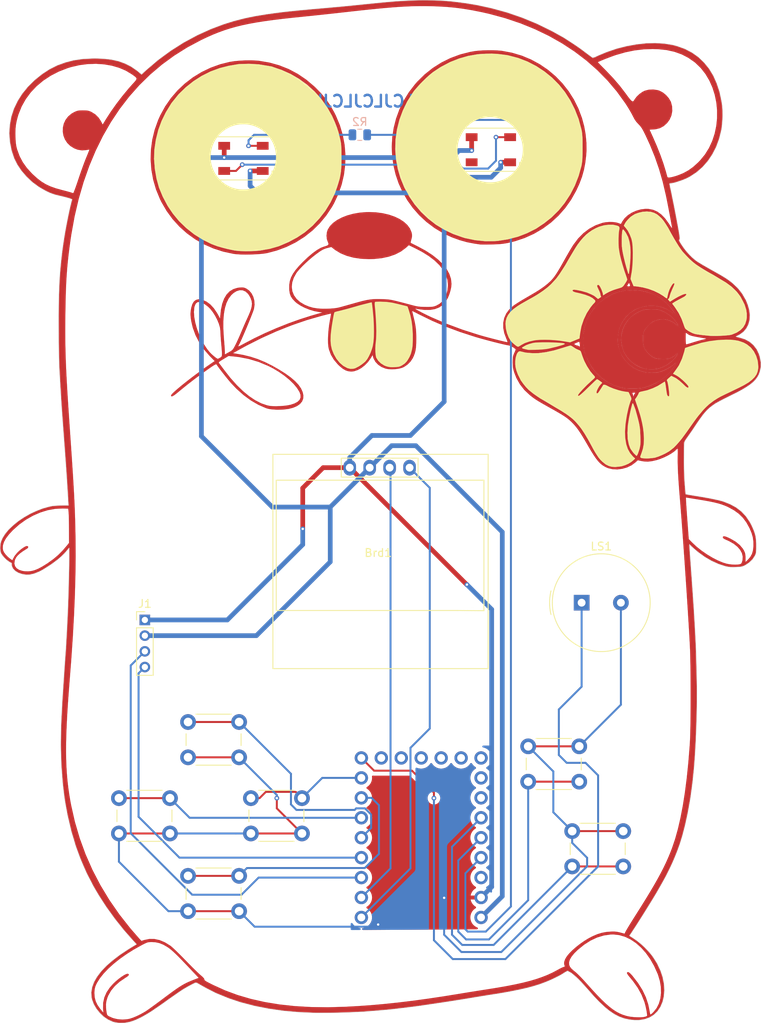
<source format=kicad_pcb>
(kicad_pcb (version 20240108) (generator "pcbnew") (generator_version "8.0")
  (layers (0 "F.Cu" signal) (31 "B.Cu" signal) (34 "B.Paste" user) (35 "F.Paste" user) (36 "B.SilkS" user "B.Silkscreen") (37 "F.SilkS" user "F.Silkscreen") (38 "B.Mask" user) (39 "F.Mask" user) (44 "Edge.Cuts" user))
  (net 0 "")
  (net 1 "GND")
  (net 2 "VCC")
  (net 3 "Net-(D1-DIN)")
  (net 4 "Net-(D1-DOUT)")
  (net 6 "/SDA")
  (net 7 "/SCL")
  (net 8 "/SDA1")
  (net 9 "/SCL1")
  (net 10 "Net-(U1-GP8)")
  (net 11 "/GP29")
  (net 12 "Net-(U1-GP4)")
  (net 13 "Net-(U1-GP5)")
  (net 14 "Net-(U1-GP6)")
  (net 15 "Net-(U1-GP7)")
  (net 16 "Net-(U1-GP28)")
  (net 17 "Net-(U1-GP27)")
  (footprint "LED_SMD:LED_WS2812B_PLCC4_5.0x5.0mm_P3.2mm" (layer "F.Cu") (at 96.05 58.7)
    (property "Reference" "D1" (hide yes))
    (property "Value" "WS2812B")
  )
  (footprint "LED_SMD:LED_WS2812B_PLCC4_5.0x5.0mm_P3.2mm" (layer "F.Cu") (at 127.55 57.6)
    (property "Reference" "D2" (hide yes))
    (property "Value" "WS2812B")
  )
  (footprint "rp2040-zero:my-rp2040-zero" (layer "F.Cu") (at 118.68 145.24 180)
    (property "Reference" "U1" (hide yes))
    (property "Value" "~" (hide yes))
  )
  (footprint "XIAO:128x64OLED" (layer "F.Cu") (at 113.2 108.7)
    (property "Reference" "Brd1")
    (property "Value" "SSD1306")
  )
  (footprint "Button_Switch_THT:SW_PUSH_6mm_H4.3mm" (layer "F.Cu") (at 132.3 133.6)
    (property "Reference" "SW5" (hide yes))
    (property "Value" "SW_Push")
  )
  (footprint "Button_Switch_THT:SW_PUSH_6mm_H4.3mm" (layer "F.Cu") (at 80.2 140.2)
    (property "Reference" "SW2" (hide yes))
    (property "Value" "SW_Push")
  )
  (footprint "gopher:gopher_flower" (layer "F.Cu") (at 113.435 105.26)
    (property "Reference" "G***" (hide yes))
    (property "Value" "LOGO" (hide yes))
    (fp_line (start -48.35 3.09) (end -48.34 2.87) (stroke (width 0.05)) (layer "Edge.Cuts"))
    (fp_line (start -48.34 2.87) (end -48.32 2.55) (stroke (width 0.05)) (layer "Edge.Cuts"))
    (fp_line (start -48.33 3.42) (end -48.35 3.09) (stroke (width 0.05)) (layer "Edge.Cuts"))
    (fp_line (start -48.32 2.55) (end -48.24 2.24) (stroke (width 0.05)) (layer "Edge.Cuts"))
    (fp_line (start -48.28 3.65) (end -48.33 3.42) (stroke (width 0.05)) (layer "Edge.Cuts"))
    (fp_line (start -48.24 2.24) (end -48.05 1.79) (stroke (width 0.05)) (layer "Edge.Cuts"))
    (fp_line (start -48.23 3.77) (end -48.28 3.65) (stroke (width 0.05)) (layer "Edge.Cuts"))
    (fp_line (start -48.06 4.03) (end -48.23 3.77) (stroke (width 0.05)) (layer "Edge.Cuts"))
    (fp_line (start -48.05 1.79) (end -47.75 1.31) (stroke (width 0.05)) (layer "Edge.Cuts"))
    (fp_line (start -47.82 4.31) (end -48.06 4.03) (stroke (width 0.05)) (layer "Edge.Cuts"))
    (fp_line (start -47.75 1.31) (end -47.37 0.84) (stroke (width 0.05)) (layer "Edge.Cuts"))
    (fp_line (start -47.57 4.56) (end -47.82 4.31) (stroke (width 0.05)) (layer "Edge.Cuts"))
    (fp_line (start -47.37 0.84) (end -47.24 0.69) (stroke (width 0.05)) (layer "Edge.Cuts"))
    (fp_line (start -47.32 4.75) (end -47.57 4.56) (stroke (width 0.05)) (layer "Edge.Cuts"))
    (fp_line (start -47.24 0.69) (end -46.8 0.28) (stroke (width 0.05)) (layer "Edge.Cuts"))
    (fp_line (start -47.21 -49.76) (end -47.13 -50.83) (stroke (width 0.05)) (layer "Edge.Cuts"))
    (fp_line (start -47.13 -50.83) (end -46.94 -51.88) (stroke (width 0.05)) (layer "Edge.Cuts"))
    (fp_line (start -47.13 4.88) (end -47.32 4.75) (stroke (width 0.05)) (layer "Edge.Cuts"))
    (fp_line (start -47.12 -48.65) (end -47.21 -49.76) (stroke (width 0.05)) (layer "Edge.Cuts"))
    (fp_line (start -46.94 -51.88) (end -46.61 -52.89) (stroke (width 0.05)) (layer "Edge.Cuts"))
    (fp_line (start -46.91 -47.58) (end -47.12 -48.65) (stroke (width 0.05)) (layer "Edge.Cuts"))
    (fp_line (start -46.9 4.99) (end -47.13 4.88) (stroke (width 0.05)) (layer "Edge.Cuts"))
    (fp_line (start -46.88 5.34) (end -46.9 4.99) (stroke (width 0.05)) (layer "Edge.Cuts"))
    (fp_line (start -46.86 -47.43) (end -46.91 -47.58) (stroke (width 0.05)) (layer "Edge.Cuts"))
    (fp_line (start -46.8 0.28) (end -46.66 0.15) (stroke (width 0.05)) (layer "Edge.Cuts"))
    (fp_line (start -46.73 5.69) (end -46.88 5.34) (stroke (width 0.05)) (layer "Edge.Cuts"))
    (fp_line (start -46.66 0.15) (end -46.42 -0.05) (stroke (width 0.05)) (layer "Edge.Cuts"))
    (fp_line (start -46.61 -52.89) (end -46.1 -53.93) (stroke (width 0.05)) (layer "Edge.Cuts"))
    (fp_line (start -46.57 -46.55) (end -46.86 -47.43) (stroke (width 0.05)) (layer "Edge.Cuts"))
    (fp_line (start -46.44 6) (end -46.73 5.69) (stroke (width 0.05)) (layer "Edge.Cuts"))
    (fp_line (start -46.42 -0.05) (end -46 -0.39) (stroke (width 0.05)) (layer "Edge.Cuts"))
    (fp_line (start -46.17 -45.76) (end -46.57 -46.55) (stroke (width 0.05)) (layer "Edge.Cuts"))
    (fp_line (start -46.1 -53.93) (end -45.56 -54.78) (stroke (width 0.05)) (layer "Edge.Cuts"))
    (fp_line (start -46.04 6.24) (end -46.44 6) (stroke (width 0.05)) (layer "Edge.Cuts"))
    (fp_line (start -46 -0.39) (end -45.62 -0.64) (stroke (width 0.05)) (layer "Edge.Cuts"))
    (fp_line (start -45.64 -44.97) (end -46.17 -45.76) (stroke (width 0.05)) (layer "Edge.Cuts"))
    (fp_line (start -45.62 -0.64) (end -45.25 -0.88) (stroke (width 0.05)) (layer "Edge.Cuts"))
    (fp_line (start -45.56 -54.78) (end -44.99 -55.48) (stroke (width 0.05)) (layer "Edge.Cuts"))
    (fp_line (start -45.52 6.41) (end -46.04 6.24) (stroke (width 0.05)) (layer "Edge.Cuts"))
    (fp_line (start -45.25 -0.88) (end -44.91 -1.07) (stroke (width 0.05)) (layer "Edge.Cuts"))
    (fp_line (start -45.02 -44.25) (end -45.64 -44.97) (stroke (width 0.05)) (layer "Edge.Cuts"))
    (fp_line (start -44.99 -55.48) (end -44.88 -55.63) (stroke (width 0.05)) (layer "Edge.Cuts"))
    (fp_line (start -44.99 6.48) (end -45.52 6.41) (stroke (width 0.05)) (layer "Edge.Cuts"))
    (fp_line (start -44.91 -1.07) (end -44.48 -1.32) (stroke (width 0.05)) (layer "Edge.Cuts"))
    (fp_line (start -44.88 -55.63) (end -44.28 -56.23) (stroke (width 0.05)) (layer "Edge.Cuts"))
    (fp_line (start -44.54 6.46) (end -44.99 6.48) (stroke (width 0.05)) (layer "Edge.Cuts"))
    (fp_line (start -44.48 -1.32) (end -43.72 -1.66) (stroke (width 0.05)) (layer "Edge.Cuts"))
    (fp_line (start -44.29 -43.55) (end -45.02 -44.25) (stroke (width 0.05)) (layer "Edge.Cuts"))
    (fp_line (start -44.28 -56.23) (end -43.97 -56.53) (stroke (width 0.05)) (layer "Edge.Cuts"))
    (fp_line (start -44 6.33) (end -44.54 6.46) (stroke (width 0.05)) (layer "Edge.Cuts"))
    (fp_line (start -43.97 -56.53) (end -43.58 -56.85) (stroke (width 0.05)) (layer "Edge.Cuts"))
    (fp_line (start -43.85 -43.23) (end -44.29 -43.55) (stroke (width 0.05)) (layer "Edge.Cuts"))
    (fp_line (start -43.72 -1.66) (end -42.96 -1.96) (stroke (width 0.05)) (layer "Edge.Cuts"))
    (fp_line (start -43.58 -56.85) (end -42.99 -57.32) (stroke (width 0.05)) (layer "Edge.Cuts"))
    (fp_line (start -43.43 -42.92) (end -43.85 -43.23) (stroke (width 0.05)) (layer "Edge.Cuts"))
    (fp_line (start -43.33 6.06) (end -44 6.33) (stroke (width 0.05)) (layer "Edge.Cuts"))
    (fp_line (start -42.99 -57.32) (end -42.07 -57.92) (stroke (width 0.05)) (layer "Edge.Cuts"))
    (fp_line (start -42.97 -42.65) (end -43.43 -42.92) (stroke (width 0.05)) (layer "Edge.Cuts"))
    (fp_line (start -42.96 -1.96) (end -42.14 -2.19) (stroke (width 0.05)) (layer "Edge.Cuts"))
    (fp_line (start -42.94 5.85) (end -43.33 6.06) (stroke (width 0.05)) (layer "Edge.Cuts"))
    (fp_line (start -42.5 -42.39) (end -42.97 -42.65) (stroke (width 0.05)) (layer "Edge.Cuts"))
    (fp_line (start -42.14 -2.19) (end -41.66 -2.29) (stroke (width 0.05)) (layer "Edge.Cuts"))
    (fp_line (start -42.07 -57.92) (end -41.07 -58.42) (stroke (width 0.05)) (layer "Edge.Cuts"))
    (fp_line (start -42.06 -42.18) (end -42.5 -42.39) (stroke (width 0.05)) (layer "Edge.Cuts"))
    (fp_line (start -41.84 5.15) (end -42.94 5.85) (stroke (width 0.05)) (layer "Edge.Cuts"))
    (fp_line (start -41.66 -2.29) (end -40.74 -2.35) (stroke (width 0.05)) (layer "Edge.Cuts"))
    (fp_line (start -41.65 -42.03) (end -42.06 -42.18) (stroke (width 0.05)) (layer "Edge.Cuts"))
    (fp_line (start -41.36 -41.93) (end -41.65 -42.03) (stroke (width 0.05)) (layer "Edge.Cuts"))
    (fp_line (start -41.07 -58.42) (end -40.03 -58.79) (stroke (width 0.05)) (layer "Edge.Cuts"))
    (fp_line (start -40.99 4.52) (end -41.84 5.15) (stroke (width 0.05)) (layer "Edge.Cuts"))
    (fp_line (start -40.92 -26.48) (end -40.91 -27.64) (stroke (width 0.05)) (layer "Edge.Cuts"))
    (fp_line (start -40.91 -27.64) (end -40.88 -29.23) (stroke (width 0.05)) (layer "Edge.Cuts"))
    (fp_line (start -40.91 -24.22) (end -40.92 -26.48) (stroke (width 0.05)) (layer "Edge.Cuts"))
    (fp_line (start -40.91 -23.18) (end -40.91 -24.22) (stroke (width 0.05)) (layer "Edge.Cuts"))
    (fp_line (start -40.88 -29.23) (end -40.83 -30.39) (stroke (width 0.05)) (layer "Edge.Cuts"))
    (fp_line (start -40.87 -21.29) (end -40.91 -23.18) (stroke (width 0.05)) (layer "Edge.Cuts"))
    (fp_line (start -40.85 -41.81) (end -41.36 -41.93) (stroke (width 0.05)) (layer "Edge.Cuts"))
    (fp_line (start -40.84 -20.03) (end -40.87 -21.29) (stroke (width 0.05)) (layer "Edge.Cuts"))
    (fp_line (start -40.83 -30.39) (end -40.81 -30.99) (stroke (width 0.05)) (layer "Edge.Cuts"))
    (fp_line (start -40.81 -30.99) (end -40.73 -32.09) (stroke (width 0.05)) (layer "Edge.Cuts"))
    (fp_line (start -40.77 -18.87) (end -40.84 -20.03) (stroke (width 0.05)) (layer "Edge.Cuts"))
    (fp_line (start -40.74 -2.35) (end -40.11 -2.36) (stroke (width 0.05)) (layer "Edge.Cuts"))
    (fp_line (start -40.73 -32.09) (end -40.65 -32.98) (stroke (width 0.05)) (layer "Edge.Cuts"))
    (fp_line (start -40.65 -32.98) (end -40.57 -33.71) (stroke (width 0.05)) (layer "Edge.Cuts"))
    (fp_line (start -40.65 28.12) (end -40.63 27) (stroke (width 0.05)) (layer "Edge.Cuts"))
    (fp_line (start -40.63 27) (end -40.61 26.07) (stroke (width 0.05)) (layer "Edge.Cuts"))
    (fp_line (start -40.63 28.87) (end -40.65 28.12) (stroke (width 0.05)) (layer "Edge.Cuts"))
    (fp_line (start -40.61 26.07) (end -40.57 24.99) (stroke (width 0.05)) (layer "Edge.Cuts"))
    (fp_line (start -40.57 -33.71) (end -40.5 -34.39) (stroke (width 0.05)) (layer "Edge.Cuts"))
    (fp_line (start -40.57 24.99) (end -40.52 24.01) (stroke (width 0.05)) (layer "Edge.Cuts"))
    (fp_line (start -40.57 30.7) (end -40.63 28.87) (stroke (width 0.05)) (layer "Edge.Cuts"))
    (fp_line (start -40.55 4.14) (end -40.99 4.52) (stroke (width 0.05)) (layer "Edge.Cuts"))
    (fp_line (start -40.54 31.15) (end -40.57 30.7) (stroke (width 0.05)) (layer "Edge.Cuts"))
    (fp_line (start -40.53 -14.81) (end -40.77 -18.87) (stroke (width 0.05)) (layer "Edge.Cuts"))
    (fp_line (start -40.52 24.01) (end -40.45 22.59) (stroke (width 0.05)) (layer "Edge.Cuts"))
    (fp_line (start -40.5 -34.39) (end -40.41 -35.1) (stroke (width 0.05)) (layer "Edge.Cuts"))
    (fp_line (start -40.48 31.89) (end -40.54 31.15) (stroke (width 0.05)) (layer "Edge.Cuts"))
    (fp_line (start -40.45 22.59) (end -40.34 21) (stroke (width 0.05)) (layer "Edge.Cuts"))
    (fp_line (start -40.41 -35.1) (end -40.28 -35.96) (stroke (width 0.05)) (layer "Edge.Cuts"))
    (fp_line (start -40.37 33.27) (end -40.48 31.89) (stroke (width 0.05)) (layer "Edge.Cuts"))
    (fp_line (start -40.34 21) (end -40.16 18.08) (stroke (width 0.05)) (layer "Edge.Cuts"))
    (fp_line (start -40.28 -35.96) (end -40.1 -37.11) (stroke (width 0.05)) (layer "Edge.Cuts"))
    (fp_line (start -40.24 34.41) (end -40.37 33.27) (stroke (width 0.05)) (layer "Edge.Cuts"))
    (fp_line (start -40.23 -41.66) (end -40.85 -41.81) (stroke (width 0.05)) (layer "Edge.Cuts"))
    (fp_line (start -40.16 18.08) (end -39.99 15.88) (stroke (width 0.05)) (layer "Edge.Cuts"))
    (fp_line (start -40.14 3.73) (end -40.55 4.14) (stroke (width 0.05)) (layer "Edge.Cuts"))
    (fp_line (start -40.11 -2.36) (end -39.66 -2.36) (stroke (width 0.05)) (layer "Edge.Cuts"))
    (fp_line (start -40.1 -37.11) (end -39.94 -37.99) (stroke (width 0.05)) (layer "Edge.Cuts"))
    (fp_line (start -40.07 35.57) (end -40.24 34.41) (stroke (width 0.05)) (layer "Edge.Cuts"))
    (fp_line (start -40.04 -8.19) (end -40.53 -14.81) (stroke (width 0.05)) (layer "Edge.Cuts"))
    (fp_line (start -40.03 -58.79) (end -39.01 -59.06) (stroke (width 0.05)) (layer "Edge.Cuts"))
    (fp_line (start -39.99 15.88) (end -39.87 13.63) (stroke (width 0.05)) (layer "Edge.Cuts"))
    (fp_line (start -39.95 -6.93) (end -40.04 -8.19) (stroke (width 0.05)) (layer "Edge.Cuts"))
    (fp_line (start -39.94 -37.99) (end -39.72 -39.1) (stroke (width 0.05)) (layer "Edge.Cuts"))
    (fp_line (start -39.87 13.63) (end -39.74 10.94) (stroke (width 0.05)) (layer "Edge.Cuts"))
    (fp_line (start -39.86 3.41) (end -40.14 3.73) (stroke (width 0.05)) (layer "Edge.Cuts"))
    (fp_line (start -39.82 -4.93) (end -39.95 -6.93) (stroke (width 0.05)) (layer "Edge.Cuts"))
    (fp_line (start -39.77 37.13) (end -40.07 35.57) (stroke (width 0.05)) (layer "Edge.Cuts"))
    (fp_line (start -39.75 -41.53) (end -40.23 -41.66) (stroke (width 0.05)) (layer "Edge.Cuts"))
    (fp_line (start -39.75 -3.86) (end -39.82 -4.93) (stroke (width 0.05)) (layer "Edge.Cuts"))
    (fp_line (start -39.74 10.94) (end -39.68 9.37) (stroke (width 0.05)) (layer "Edge.Cuts"))
    (fp_line (start -39.72 -39.1) (end -39.54 -39.95) (stroke (width 0.05)) (layer "Edge.Cuts"))
    (fp_line (start -39.69 -2.86) (end -39.75 -3.86) (stroke (width 0.05)) (layer "Edge.Cuts"))
    (fp_line (start -39.68 9.37) (end -39.64 7.78) (stroke (width 0.05)) (layer "Edge.Cuts"))
    (fp_line (start -39.66 -2.36) (end -39.69 -2.86) (stroke (width 0.05)) (layer "Edge.Cuts"))
    (fp_line (start -39.66 3.16) (end -39.86 3.41) (stroke (width 0.05)) (layer "Edge.Cuts"))
    (fp_line (start -39.64 7.78) (end -39.6 6.12) (stroke (width 0.05)) (layer "Edge.Cuts"))
    (fp_line (start -39.6 6.12) (end -39.57 4.79) (stroke (width 0.05)) (layer "Edge.Cuts"))
    (fp_line (start -39.57 3.07) (end -39.66 3.16) (stroke (width 0.05)) (layer "Edge.Cuts"))
    (fp_line (start -39.57 3.38) (end -39.57 3.07) (stroke (width 0.05)) (layer "Edge.Cuts"))
    (fp_line (start -39.57 4.79) (end -39.56 4.19) (stroke (width 0.05)) (layer "Edge.Cuts"))
    (fp_line (start -39.56 4.19) (end -39.57 3.38) (stroke (width 0.05)) (layer "Edge.Cuts"))
    (fp_line (start -39.54 -39.95) (end -39.41 -40.51) (stroke (width 0.05)) (layer "Edge.Cuts"))
    (fp_line (start -39.41 -41.43) (end -39.75 -41.53) (stroke (width 0.05)) (layer "Edge.Cuts"))
    (fp_line (start -39.41 -40.51) (end -39.28 -41.04) (stroke (width 0.05)) (layer "Edge.Cuts"))
    (fp_line (start -39.28 -41.04) (end -39.2 -41.34) (stroke (width 0.05)) (layer "Edge.Cuts"))
    (fp_line (start -39.26 39.29) (end -39.77 37.13) (stroke (width 0.05)) (layer "Edge.Cuts"))
    (fp_line (start -39.2 -41.34) (end -39.41 -41.43) (stroke (width 0.05)) (layer "Edge.Cuts"))
    (fp_line (start -39.01 -59.06) (end -37.84 -59.23) (stroke (width 0.05)) (layer "Edge.Cuts"))
    (fp_line (start -38.98 40.19) (end -39.26 39.29) (stroke (width 0.05)) (layer "Edge.Cuts"))
    (fp_line (start -38.78 40.89) (end -38.98 40.19) (stroke (width 0.05)) (layer "Edge.Cuts"))
    (fp_line (start -38.65 41.28) (end -38.78 40.89) (stroke (width 0.05)) (layer "Edge.Cuts"))
    (fp_line (start -38.23 42.41) (end -38.65 41.28) (stroke (width 0.05)) (layer "Edge.Cuts"))
    (fp_line (start -38.02 42.94) (end -38.23 42.41) (stroke (width 0.05)) (layer "Edge.Cuts"))
    (fp_line (start -37.84 -59.23) (end -36.29 -59.3) (stroke (width 0.05)) (layer "Edge.Cuts"))
    (fp_line (start -37.72 43.64) (end -38.02 42.94) (stroke (width 0.05)) (layer "Edge.Cuts"))
    (fp_line (start -37.37 44.43) (end -37.72 43.64) (stroke (width 0.05)) (layer "Edge.Cuts"))
    (fp_line (start -37.17 44.84) (end -37.37 44.43) (stroke (width 0.05)) (layer "Edge.Cuts"))
    (fp_line (start -36.76 45.61) (end -37.17 44.84) (stroke (width 0.05)) (layer "Edge.Cuts"))
    (fp_line (start -36.76 59.68) (end -36.65 59.02) (stroke (width 0.05)) (layer "Edge.Cuts"))
    (fp_line (start -36.73 60.3) (end -36.76 59.68) (stroke (width 0.05)) (layer "Edge.Cuts"))
    (fp_line (start -36.66 60.6) (end -36.73 60.3) (stroke (width 0.05)) (layer "Edge.Cuts"))
    (fp_line (start -36.65 59.02) (end -36.41 58.37) (stroke (width 0.05)) (layer "Edge.Cuts"))
    (fp_line (start -36.56 46.02) (end -36.76 45.61) (stroke (width 0.05)) (layer "Edge.Cuts"))
    (fp_line (start -36.44 61.19) (end -36.66 60.6) (stroke (width 0.05)) (layer "Edge.Cuts"))
    (fp_line (start -36.41 58.37) (end -36.27 58.11) (stroke (width 0.05)) (layer "Edge.Cuts"))
    (fp_line (start -36.29 -59.3) (end -35.1 -59.25) (stroke (width 0.05)) (layer "Edge.Cuts"))
    (fp_line (start -36.27 58.11) (end -36.07 57.77) (stroke (width 0.05)) (layer "Edge.Cuts"))
    (fp_line (start -36.21 46.63) (end -36.56 46.02) (stroke (width 0.05)) (layer "Edge.Cuts"))
    (fp_line (start -36.1 61.77) (end -36.44 61.19) (stroke (width 0.05)) (layer "Edge.Cuts"))
    (fp_line (start -36.07 57.77) (end -36.02 57.69) (stroke (width 0.05)) (layer "Edge.Cuts"))
    (fp_line (start -36.02 57.69) (end -35.73 57.3) (stroke (width 0.05)) (layer "Edge.Cuts"))
    (fp_line (start -35.76 47.38) (end -36.21 46.63) (stroke (width 0.05)) (layer "Edge.Cuts"))
    (fp_line (start -35.73 57.3) (end -35.53 57.04) (stroke (width 0.05)) (layer "Edge.Cuts"))
    (fp_line (start -35.68 62.29) (end -36.1 61.77) (stroke (width 0.05)) (layer "Edge.Cuts"))
    (fp_line (start -35.53 57.04) (end -35.35 56.84) (stroke (width 0.05)) (layer "Edge.Cuts"))
    (fp_line (start -35.35 48.02) (end -35.76 47.38) (stroke (width 0.05)) (layer "Edge.Cuts"))
    (fp_line (start -35.35 56.84) (end -34.98 56.45) (stroke (width 0.05)) (layer "Edge.Cuts"))
    (fp_line (start -35.18 62.78) (end -35.68 62.29) (stroke (width 0.05)) (layer "Edge.Cuts"))
    (fp_line (start -35.1 -59.25) (end -34.16 -59.14) (stroke (width 0.05)) (layer "Edge.Cuts"))
    (fp_line (start -34.98 56.45) (end -34.82 56.29) (stroke (width 0.05)) (layer "Edge.Cuts"))
    (fp_line (start -34.83 48.82) (end -35.35 48.02) (stroke (width 0.05)) (layer "Edge.Cuts"))
    (fp_line (start -34.82 56.29) (end -34.4 55.92) (stroke (width 0.05)) (layer "Edge.Cuts"))
    (fp_line (start -34.63 63.15) (end -35.18 62.78) (stroke (width 0.05)) (layer "Edge.Cuts"))
    (fp_line (start -34.4 55.92) (end -34.1 55.66) (stroke (width 0.05)) (layer "Edge.Cuts"))
    (fp_line (start -34.35 49.48) (end -34.83 48.82) (stroke (width 0.05)) (layer "Edge.Cuts"))
    (fp_line (start -34.16 -59.14) (end -33.26 -58.94) (stroke (width 0.05)) (layer "Edge.Cuts"))
    (fp_line (start -34.1 55.66) (end -33.7 55.35) (stroke (width 0.05)) (layer "Edge.Cuts"))
    (fp_line (start -34.04 63.42) (end -34.63 63.15) (stroke (width 0.05)) (layer "Edge.Cuts"))
    (fp_line (start -33.79 50.26) (end -34.35 49.48) (stroke (width 0.05)) (layer "Edge.Cuts"))
    (fp_line (start -33.76 63.5) (end -34.04 63.42) (stroke (width 0.05)) (layer "Edge.Cuts"))
    (fp_line (start -33.7 55.35) (end -33.31 55.05) (stroke (width 0.05)) (layer "Edge.Cuts"))
    (fp_line (start -33.52 50.61) (end -33.79 50.26) (stroke (width 0.05)) (layer "Edge.Cuts"))
    (fp_line (start -33.31 55.05) (end -33.07 54.87) (stroke (width 0.05)) (layer "Edge.Cuts"))
    (fp_line (start -33.26 -58.94) (end -32.43 -58.63) (stroke (width 0.05)) (layer "Edge.Cuts"))
    (fp_line (start -33.19 63.59) (end -33.76 63.5) (stroke (width 0.05)) (layer "Edge.Cuts"))
    (fp_line (start -33.07 54.87) (end -32.54 54.52) (stroke (width 0.05)) (layer "Edge.Cuts"))
    (fp_line (start -32.98 51.28) (end -33.52 50.61) (stroke (width 0.05)) (layer "Edge.Cuts"))
    (fp_line (start -32.69 51.65) (end -32.98 51.28) (stroke (width 0.05)) (layer "Edge.Cuts"))
    (fp_line (start -32.56 63.58) (end -33.19 63.59) (stroke (width 0.05)) (layer "Edge.Cuts"))
    (fp_line (start -32.54 54.52) (end -32.12 54.24) (stroke (width 0.05)) (layer "Edge.Cuts"))
    (fp_line (start -32.43 -58.63) (end -31.69 -58.26) (stroke (width 0.05)) (layer "Edge.Cuts"))
    (fp_line (start -32.29 52.11) (end -32.69 51.65) (stroke (width 0.05)) (layer "Edge.Cuts"))
    (fp_line (start -32.12 54.24) (end -31.64 53.94) (stroke (width 0.05)) (layer "Edge.Cuts"))
    (fp_line (start -31.93 63.47) (end -32.56 63.58) (stroke (width 0.05)) (layer "Edge.Cuts"))
    (fp_line (start -31.69 -58.26) (end -31.24 -57.95) (stroke (width 0.05)) (layer "Edge.Cuts"))
    (fp_line (start -31.64 53.94) (end -31.26 53.71) (stroke (width 0.05)) (layer "Edge.Cuts"))
    (fp_line (start -31.56 52.94) (end -32.29 52.11) (stroke (width 0.05)) (layer "Edge.Cuts"))
    (fp_line (start -31.55 63.36) (end -31.93 63.47) (stroke (width 0.05)) (layer "Edge.Cuts"))
    (fp_line (start -31.27 53.26) (end -31.56 52.94) (stroke (width 0.05)) (layer "Edge.Cuts"))
    (fp_line (start -31.26 53.71) (end -31 53.56) (stroke (width 0.05)) (layer "Edge.Cuts"))
    (fp_line (start -31.24 -57.95) (end -30.88 -57.7) (stroke (width 0.05)) (layer "Edge.Cuts"))
    (fp_line (start -31.14 53.4) (end -31.27 53.26) (stroke (width 0.05)) (layer "Edge.Cuts"))
    (fp_line (start -31.08 63.18) (end -31.55 63.36) (stroke (width 0.05)) (layer "Edge.Cuts"))
    (fp_line (start -31 53.56) (end -31.14 53.4) (stroke (width 0.05)) (layer "Edge.Cuts"))
    (fp_line (start -30.88 -57.7) (end -30.61 -57.47) (stroke (width 0.05)) (layer "Edge.Cuts"))
    (fp_line (start -30.61 -57.47) (end -30.4 -57.3) (stroke (width 0.05)) (layer "Edge.Cuts"))
    (fp_line (start -30.4 -57.3) (end -30.35 -57.25) (stroke (width 0.05)) (layer "Edge.Cuts"))
    (fp_line (start -30.36 62.84) (end -31.08 63.18) (stroke (width 0.05)) (layer "Edge.Cuts"))
    (fp_line (start -30.35 -57.25) (end -30.09 -57.51) (stroke (width 0.05)) (layer "Edge.Cuts"))
    (fp_line (start -30.09 -57.51) (end -29.9 -57.68) (stroke (width 0.05)) (layer "Edge.Cuts"))
    (fp_line (start -29.9 -57.68) (end -29.52 -58.02) (stroke (width 0.05)) (layer "Edge.Cuts"))
    (fp_line (start -29.71 62.47) (end -30.36 62.84) (stroke (width 0.05)) (layer "Edge.Cuts"))
    (fp_line (start -29.52 -58.02) (end -29.12 -58.35) (stroke (width 0.05)) (layer "Edge.Cuts"))
    (fp_line (start -29.13 62.12) (end -29.71 62.47) (stroke (width 0.05)) (layer "Edge.Cuts"))
    (fp_line (start -29.12 -58.35) (end -28.32 -59.04) (stroke (width 0.05)) (layer "Edge.Cuts"))
    (fp_line (start -28.55 61.72) (end -29.13 62.12) (stroke (width 0.05)) (layer "Edge.Cuts"))
    (fp_line (start -28.32 -59.04) (end -27.5 -59.65) (stroke (width 0.05)) (layer "Edge.Cuts"))
    (fp_line (start -27.98 61.33) (end -28.55 61.72) (stroke (width 0.05)) (layer "Edge.Cuts"))
    (fp_line (start -27.55 61.03) (end -27.98 61.33) (stroke (width 0.05)) (layer "Edge.Cuts"))
    (fp_line (start -27.5 -59.65) (end -26.6 -60.3) (stroke (width 0.05)) (layer "Edge.Cuts"))
    (fp_line (start -26.83 60.51) (end -27.55 61.03) (stroke (width 0.05)) (layer "Edge.Cuts"))
    (fp_line (start -26.6 -60.3) (end -24.95 -61.35) (stroke (width 0.05)) (layer "Edge.Cuts"))
    (fp_line (start -26.25 60.11) (end -26.83 60.51) (stroke (width 0.05)) (layer "Edge.Cuts"))
    (fp_line (start -25.68 59.71) (end -26.25 60.11) (stroke (width 0.05)) (layer "Edge.Cuts"))
    (fp_line (start -25.05 59.29) (end -25.68 59.71) (stroke (width 0.05)) (layer "Edge.Cuts"))
    (fp_line (start -24.95 -61.35) (end -23.77 -61.98) (stroke (width 0.05)) (layer "Edge.Cuts"))
    (fp_line (start -24.45 58.94) (end -25.05 59.29) (stroke (width 0.05)) (layer "Edge.Cuts"))
    (fp_line (start -23.84 58.62) (end -24.45 58.94) (stroke (width 0.05)) (layer "Edge.Cuts"))
    (fp_line (start -23.77 -61.98) (end -23.19 -62.29) (stroke (width 0.05)) (layer "Edge.Cuts"))
    (fp_line (start -23.54 58.47) (end -23.84 58.62) (stroke (width 0.05)) (layer "Edge.Cuts"))
    (fp_line (start -23.42 58.44) (end -23.54 58.47) (stroke (width 0.05)) (layer "Edge.Cuts"))
    (fp_line (start -23.23 58.52) (end -23.42 58.44) (stroke (width 0.05)) (layer "Edge.Cuts"))
    (fp_line (start -23.19 -62.29) (end -22.59 -62.56) (stroke (width 0.05)) (layer "Edge.Cuts"))
    (fp_line (start -23.12 58.58) (end -23.23 58.52) (stroke (width 0.05)) (layer "Edge.Cuts"))
    (fp_line (start -22.78 58.78) (end -23.12 58.58) (stroke (width 0.05)) (layer "Edge.Cuts"))
    (fp_line (start -22.59 -62.56) (end -21.53 -63.04) (stroke (width 0.05)) (layer "Edge.Cuts"))
    (fp_line (start -22.04 59.19) (end -22.78 58.78) (stroke (width 0.05)) (layer "Edge.Cuts"))
    (fp_line (start -21.53 -63.04) (end -20.02 -63.61) (stroke (width 0.05)) (layer "Edge.Cuts"))
    (fp_line (start -20.95 59.75) (end -22.04 59.19) (stroke (width 0.05)) (layer "Edge.Cuts"))
    (fp_line (start -20.49 59.94) (end -20.95 59.75) (stroke (width 0.05)) (layer "Edge.Cuts"))
    (fp_line (start -20.02 -63.61) (end -18.58 -64.06) (stroke (width 0.05)) (layer "Edge.Cuts"))
    (fp_line (start -19.18 60.47) (end -20.49 59.94) (stroke (width 0.05)) (layer "Edge.Cuts"))
    (fp_line (start -18.58 -64.06) (end -17.19 -64.42) (stroke (width 0.05)) (layer "Edge.Cuts"))
    (fp_line (start -17.8 60.93) (end -19.18 60.47) (stroke (width 0.05)) (layer "Edge.Cuts"))
    (fp_line (start -17.19 -64.42) (end -15.93 -64.68) (stroke (width 0.05)) (layer "Edge.Cuts"))
    (fp_line (start -15.93 -64.68) (end -14.33 -64.94) (stroke (width 0.05)) (layer "Edge.Cuts"))
    (fp_line (start -15.93 61.42) (end -17.8 60.93) (stroke (width 0.05)) (layer "Edge.Cuts"))
    (fp_line (start -14.33 -64.94) (end -13.01 -65.12) (stroke (width 0.05)) (layer "Edge.Cuts"))
    (fp_line (start -14.13 61.77) (end -15.93 61.42) (stroke (width 0.05)) (layer "Edge.Cuts"))
    (fp_line (start -13.51 61.86) (end -14.13 61.77) (stroke (width 0.05)) (layer "Edge.Cuts"))
    (fp_line (start -13.01 -65.12) (end -12.15 -65.23) (stroke (width 0.05)) (layer "Edge.Cuts"))
    (fp_line (start -12.41 62.02) (end -13.51 61.86) (stroke (width 0.05)) (layer "Edge.Cuts"))
    (fp_line (start -12.15 -65.23) (end -10.21 -65.43) (stroke (width 0.05)) (layer "Edge.Cuts"))
    (fp_line (start -12.03 62.06) (end -12.41 62.02) (stroke (width 0.05)) (layer "Edge.Cuts"))
    (fp_line (start -10.31 62.21) (end -12.03 62.06) (stroke (width 0.05)) (layer "Edge.Cuts"))
    (fp_line (start -10.21 -65.43) (end -8.58 -65.58) (stroke (width 0.05)) (layer "Edge.Cuts"))
    (fp_line (start -9.75 62.23) (end -10.31 62.21) (stroke (width 0.05)) (layer "Edge.Cuts"))
    (fp_line (start -8.58 -65.58) (end -7.85 -65.64) (stroke (width 0.05)) (layer "Edge.Cuts"))
    (fp_line (start -8.15 62.3) (end -9.75 62.23) (stroke (width 0.05)) (layer "Edge.Cuts"))
    (fp_line (start -7.85 -65.64) (end -6.08 -65.8) (stroke (width 0.05)) (layer "Edge.Cuts"))
    (fp_line (start -7.62 62.3) (end -8.15 62.3) (stroke (width 0.05)) (layer "Edge.Cuts"))
    (fp_line (start -6.35 62.29) (end -7.62 62.3) (stroke (width 0.05)) (layer "Edge.Cuts"))
    (fp_line (start -6.08 -65.8) (end -4.41 -65.95) (stroke (width 0.05)) (layer "Edge.Cuts"))
    (fp_line (start -4.41 -65.95) (end -1.77 -66.22) (stroke (width 0.05)) (layer "Edge.Cuts"))
    (fp_line (start -3.99 62.23) (end -6.35 62.29) (stroke (width 0.05)) (layer "Edge.Cuts"))
    (fp_line (start -2.18 62.15) (end -3.99 62.23) (stroke (width 0.05)) (layer "Edge.Cuts"))
    (fp_line (start -1.77 -66.22) (end 0.15 -66.41) (stroke (width 0.05)) (layer "Edge.Cuts"))
    (fp_line (start -1.44 62.09) (end -2.18 62.15) (stroke (width 0.05)) (layer "Edge.Cuts"))
    (fp_line (start -0.4 62.01) (end -1.44 62.09) (stroke (width 0.05)) (layer "Edge.Cuts"))
    (fp_line (start 0.15 -66.41) (end 2.02 -66.58) (stroke (width 0.05)) (layer "Edge.Cuts"))
    (fp_line (start 0.77 61.91) (end -0.4 62.01) (stroke (width 0.05)) (layer "Edge.Cuts"))
    (fp_line (start 1.52 61.84) (end 0.77 61.91) (stroke (width 0.05)) (layer "Edge.Cuts"))
    (fp_line (start 2.02 -66.58) (end 3.92 -66.68) (stroke (width 0.05)) (layer "Edge.Cuts"))
    (fp_line (start 2.42 61.73) (end 1.52 61.84) (stroke (width 0.05)) (layer "Edge.Cuts"))
    (fp_line (start 3.75 61.57) (end 2.42 61.73) (stroke (width 0.05)) (layer "Edge.Cuts"))
    (fp_line (start 3.92 -66.68) (end 4.87 -66.71) (stroke (width 0.05)) (layer "Edge.Cuts"))
    (fp_line (start 4.72 61.45) (end 3.75 61.57) (stroke (width 0.05)) (layer "Edge.Cuts"))
    (fp_line (start 4.87 -66.71) (end 5.96 -66.71) (stroke (width 0.05)) (layer "Edge.Cuts"))
    (fp_line (start 5.96 -66.71) (end 6.94 -66.7) (stroke (width 0.05)) (layer "Edge.Cuts"))
    (fp_line (start 6.68 61.16) (end 4.72 61.45) (stroke (width 0.05)) (layer "Edge.Cuts"))
    (fp_line (start 6.94 -66.7) (end 8.06 -66.65) (stroke (width 0.05)) (layer "Edge.Cuts"))
    (fp_line (start 8.06 -66.65) (end 9.14 -66.56) (stroke (width 0.05)) (layer "Edge.Cuts"))
    (fp_line (start 8.16 60.94) (end 6.68 61.16) (stroke (width 0.05)) (layer "Edge.Cuts"))
    (fp_line (start 9.14 -66.56) (end 11.01 -66.32) (stroke (width 0.05)) (layer "Edge.Cuts"))
    (fp_line (start 9.2 60.78) (end 8.16 60.94) (stroke (width 0.05)) (layer "Edge.Cuts"))
    (fp_line (start 10.53 60.57) (end 9.2 60.78) (stroke (width 0.05)) (layer "Edge.Cuts"))
    (fp_line (start 11.01 -66.32) (end 12.39 -66.09) (stroke (width 0.05)) (layer "Edge.Cuts"))
    (fp_line (start 12.39 -66.09) (end 14.04 -65.73) (stroke (width 0.05)) (layer "Edge.Cuts"))
    (fp_line (start 12.45 60.25) (end 10.53 60.57) (stroke (width 0.05)) (layer "Edge.Cuts"))
    (fp_line (start 13.92 60.01) (end 12.45 60.25) (stroke (width 0.05)) (layer "Edge.Cuts"))
    (fp_line (start 14.04 -65.73) (end 15.54 -65.33) (stroke (width 0.05)) (layer "Edge.Cuts"))
    (fp_line (start 14.99 59.85) (end 13.92 60.01) (stroke (width 0.05)) (layer "Edge.Cuts"))
    (fp_line (start 15.54 -65.33) (end 16.25 -65.13) (stroke (width 0.05)) (layer "Edge.Cuts"))
    (fp_line (start 16.25 -65.13) (end 18.13 -64.48) (stroke (width 0.05)) (layer "Edge.Cuts"))
    (fp_line (start 16.41 59.6) (end 14.99 59.85) (stroke (width 0.05)) (layer "Edge.Cuts"))
    (fp_line (start 17.64 59.35) (end 16.41 59.6) (stroke (width 0.05)) (layer "Edge.Cuts"))
    (fp_line (start 18.13 -64.48) (end 19.97 -63.72) (stroke (width 0.05)) (layer "Edge.Cuts"))
    (fp_line (start 18.72 59.11) (end 17.64 59.35) (stroke (width 0.05)) (layer "Edge.Cuts"))
    (fp_line (start 19.4 58.93) (end 18.72 59.11) (stroke (width 0.05)) (layer "Edge.Cuts"))
    (fp_line (start 19.97 -63.72) (end 22.02 -62.71) (stroke (width 0.05)) (layer "Edge.Cuts"))
    (fp_line (start 20.3 58.66) (end 19.4 58.93) (stroke (width 0.05)) (layer "Edge.Cuts"))
    (fp_line (start 21.25 58.3) (end 20.3 58.66) (stroke (width 0.05)) (layer "Edge.Cuts"))
    (fp_line (start 21.83 58.05) (end 21.25 58.3) (stroke (width 0.05)) (layer "Edge.Cuts"))
    (fp_line (start 22.02 -62.71) (end 23.41 -61.94) (stroke (width 0.05)) (layer "Edge.Cuts"))
    (fp_line (start 22.49 57.73) (end 21.83 58.05) (stroke (width 0.05)) (layer "Edge.Cuts"))
    (fp_line (start 22.94 57.5) (end 22.49 57.73) (stroke (width 0.05)) (layer "Edge.Cuts"))
    (fp_line (start 23.26 57.31) (end 22.94 57.5) (stroke (width 0.05)) (layer "Edge.Cuts"))
    (fp_line (start 23.41 -61.94) (end 24.53 -61.21) (stroke (width 0.05)) (layer "Edge.Cuts"))
    (fp_line (start 23.62 57.08) (end 23.26 57.31) (stroke (width 0.05)) (layer "Edge.Cuts"))
    (fp_line (start 23.88 56.95) (end 23.62 57.08) (stroke (width 0.05)) (layer "Edge.Cuts"))
    (fp_line (start 24.36 57.21) (end 23.88 56.95) (stroke (width 0.05)) (layer "Edge.Cuts"))
    (fp_line (start 24.53 -61.21) (end 25.47 -60.57) (stroke (width 0.05)) (layer "Edge.Cuts"))
    (fp_line (start 24.6 57.41) (end 24.36 57.21) (stroke (width 0.05)) (layer "Edge.Cuts"))
    (fp_line (start 24.95 57.71) (end 24.6 57.41) (stroke (width 0.05)) (layer "Edge.Cuts"))
    (fp_line (start 25.26 58) (end 24.95 57.71) (stroke (width 0.05)) (layer "Edge.Cuts"))
    (fp_line (start 25.47 -60.57) (end 26.12 -60.08) (stroke (width 0.05)) (layer "Edge.Cuts"))
    (fp_line (start 25.58 58.33) (end 25.26 58) (stroke (width 0.05)) (layer "Edge.Cuts"))
    (fp_line (start 25.99 58.78) (end 25.58 58.33) (stroke (width 0.05)) (layer "Edge.Cuts"))
    (fp_line (start 26.12 -60.08) (end 26.48 -59.81) (stroke (width 0.05)) (layer "Edge.Cuts"))
    (fp_line (start 26.48 -59.81) (end 26.92 -59.49) (stroke (width 0.05)) (layer "Edge.Cuts"))
    (fp_line (start 26.56 59.42) (end 25.99 58.78) (stroke (width 0.05)) (layer "Edge.Cuts"))
    (fp_line (start 26.92 -59.49) (end 27 -59.43) (stroke (width 0.05)) (layer "Edge.Cuts"))
    (fp_line (start 27 -59.43) (end 27.05 -59.4) (stroke (width 0.05)) (layer "Edge.Cuts"))
    (fp_line (start 27.05 -59.4) (end 27.15 -59.4) (stroke (width 0.05)) (layer "Edge.Cuts"))
    (fp_line (start 27.15 -59.4) (end 27.34 -59.45) (stroke (width 0.05)) (layer "Edge.Cuts"))
    (fp_line (start 27.17 60.12) (end 26.56 59.42) (stroke (width 0.05)) (layer "Edge.Cuts"))
    (fp_line (start 27.34 -59.45) (end 27.88 -59.71) (stroke (width 0.05)) (layer "Edge.Cuts"))
    (fp_line (start 27.87 60.85) (end 27.17 60.12) (stroke (width 0.05)) (layer "Edge.Cuts"))
    (fp_line (start 27.88 -59.71) (end 28.71 -60.05) (stroke (width 0.05)) (layer "Edge.Cuts"))
    (fp_line (start 28.68 61.61) (end 27.87 60.85) (stroke (width 0.05)) (layer "Edge.Cuts"))
    (fp_line (start 28.71 -60.05) (end 29.09 -60.19) (stroke (width 0.05)) (layer "Edge.Cuts"))
    (fp_line (start 29.09 -60.19) (end 30.17 -60.56) (stroke (width 0.05)) (layer "Edge.Cuts"))
    (fp_line (start 29.2 62.03) (end 28.68 61.61) (stroke (width 0.05)) (layer "Edge.Cuts"))
    (fp_line (start 29.82 62.45) (end 29.2 62.03) (stroke (width 0.05)) (layer "Edge.Cuts"))
    (fp_line (start 30.17 -60.56) (end 31.43 -60.87) (stroke (width 0.05)) (layer "Edge.Cuts"))
    (fp_line (start 30.43 62.77) (end 29.82 62.45) (stroke (width 0.05)) (layer "Edge.Cuts"))
    (fp_line (start 31.07 63) (end 30.43 62.77) (stroke (width 0.05)) (layer "Edge.Cuts"))
    (fp_line (start 31.43 -60.87) (end 32.65 -61.09) (stroke (width 0.05)) (layer "Edge.Cuts"))
    (fp_line (start 31.7 63.14) (end 31.07 63) (stroke (width 0.05)) (layer "Edge.Cuts"))
    (fp_line (start 31.76 52.44) (end 31.79 52.49) (stroke (width 0.05)) (layer "Edge.Cuts"))
    (fp_line (start 31.79 52.49) (end 31.89 52.56) (stroke (width 0.05)) (layer "Edge.Cuts"))
    (fp_line (start 31.8 52.4) (end 31.76 52.44) (stroke (width 0.05)) (layer "Edge.Cuts"))
    (fp_line (start 31.89 52.56) (end 32.15 52.72) (stroke (width 0.05)) (layer "Edge.Cuts"))
    (fp_line (start 31.92 52.23) (end 31.8 52.4) (stroke (width 0.05)) (layer "Edge.Cuts"))
    (fp_line (start 32.03 52.07) (end 31.92 52.23) (stroke (width 0.05)) (layer "Edge.Cuts"))
    (fp_line (start 32.15 52.72) (end 32.51 52.97) (stroke (width 0.05)) (layer "Edge.Cuts"))
    (fp_line (start 32.25 51.72) (end 32.03 52.07) (stroke (width 0.05)) (layer "Edge.Cuts"))
    (fp_line (start 32.38 63.22) (end 31.7 63.14) (stroke (width 0.05)) (layer "Edge.Cuts"))
    (fp_line (start 32.46 51.41) (end 32.25 51.72) (stroke (width 0.05)) (layer "Edge.Cuts"))
    (fp_line (start 32.51 52.97) (end 32.69 53.09) (stroke (width 0.05)) (layer "Edge.Cuts"))
    (fp_line (start 32.65 -61.09) (end 33.89 -61.23) (stroke (width 0.05)) (layer "Edge.Cuts"))
    (fp_line (start 32.69 53.09) (end 33.25 53.54) (stroke (width 0.05)) (layer "Edge.Cuts"))
    (fp_line (start 32.78 50.91) (end 32.46 51.41) (stroke (width 0.05)) (layer "Edge.Cuts"))
    (fp_line (start 32.99 63.22) (end 32.38 63.22) (stroke (width 0.05)) (layer "Edge.Cuts"))
    (fp_line (start 33.25 53.54) (end 33.68 53.94) (stroke (width 0.05)) (layer "Edge.Cuts"))
    (fp_line (start 33.28 50.12) (end 32.78 50.91) (stroke (width 0.05)) (layer "Edge.Cuts"))
    (fp_line (start 33.67 49.5) (end 33.28 50.12) (stroke (width 0.05)) (layer "Edge.Cuts"))
    (fp_line (start 33.68 53.94) (end 33.88 54.15) (stroke (width 0.05)) (layer "Edge.Cuts"))
    (fp_line (start 33.7 63.1) (end 32.99 63.22) (stroke (width 0.05)) (layer "Edge.Cuts"))
    (fp_line (start 33.88 54.15) (end 34.25 54.54) (stroke (width 0.05)) (layer "Edge.Cuts"))
    (fp_line (start 33.89 -61.23) (end 35.02 -61.26) (stroke (width 0.05)) (layer "Edge.Cuts"))
    (fp_line (start 34.25 48.56) (end 33.67 49.5) (stroke (width 0.05)) (layer "Edge.Cuts"))
    (fp_line (start 34.25 54.54) (end 34.35 54.65) (stroke (width 0.05)) (layer "Edge.Cuts"))
    (fp_line (start 34.33 62.87) (end 33.7 63.1) (stroke (width 0.05)) (layer "Edge.Cuts"))
    (fp_line (start 34.35 54.65) (end 34.65 55.02) (stroke (width 0.05)) (layer "Edge.Cuts"))
    (fp_line (start 34.62 62.7) (end 34.33 62.87) (stroke (width 0.05)) (layer "Edge.Cuts"))
    (fp_line (start 34.65 55.02) (end 34.75 55.17) (stroke (width 0.05)) (layer "Edge.Cuts"))
    (fp_line (start 34.75 55.17) (end 34.93 55.44) (stroke (width 0.05)) (layer "Edge.Cuts"))
    (fp_line (start 34.8 47.67) (end 34.25 48.56) (stroke (width 0.05)) (layer "Edge.Cuts"))
    (fp_line (start 34.86 62.54) (end 34.62 62.7) (stroke (width 0.05)) (layer "Edge.Cuts"))
    (fp_line (start 34.93 55.44) (end 35.28 56) (stroke (width 0.05)) (layer "Edge.Cuts"))
    (fp_line (start 35.02 -61.26) (end 36.19 -61.19) (stroke (width 0.05)) (layer "Edge.Cuts"))
    (fp_line (start 35.26 46.9) (end 34.8 47.67) (stroke (width 0.05)) (layer "Edge.Cuts"))
    (fp_line (start 35.28 56) (end 35.55 56.59) (stroke (width 0.05)) (layer "Edge.Cuts"))
    (fp_line (start 35.32 62.1) (end 34.86 62.54) (stroke (width 0.05)) (layer "Edge.Cuts"))
    (fp_line (start 35.55 56.59) (end 35.68 56.85) (stroke (width 0.05)) (layer "Edge.Cuts"))
    (fp_line (start 35.68 56.85) (end 35.73 56.98) (stroke (width 0.05)) (layer "Edge.Cuts"))
    (fp_line (start 35.71 61.52) (end 35.32 62.1) (stroke (width 0.05)) (layer "Edge.Cuts"))
    (fp_line (start 35.73 56.98) (end 35.92 57.54) (stroke (width 0.05)) (layer "Edge.Cuts"))
    (fp_line (start 35.92 57.54) (end 35.98 57.72) (stroke (width 0.05)) (layer "Edge.Cuts"))
    (fp_line (start 35.98 57.72) (end 36.15 58.58) (stroke (width 0.05)) (layer "Edge.Cuts"))
    (fp_line (start 35.98 60.88) (end 35.71 61.52) (stroke (width 0.05)) (layer "Edge.Cuts"))
    (fp_line (start 36.05 45.51) (end 35.26 46.9) (stroke (width 0.05)) (layer "Edge.Cuts"))
    (fp_line (start 36.12 60.27) (end 35.98 60.88) (stroke (width 0.05)) (layer "Edge.Cuts"))
    (fp_line (start 36.15 58.58) (end 36.21 59.43) (stroke (width 0.05)) (layer "Edge.Cuts"))
    (fp_line (start 36.19 -61.19) (end 37.24 -61.02) (stroke (width 0.05)) (layer "Edge.Cuts"))
    (fp_line (start 36.21 59.43) (end 36.12 60.27) (stroke (width 0.05)) (layer "Edge.Cuts"))
    (fp_line (start 36.38 44.91) (end 36.05 45.51) (stroke (width 0.05)) (layer "Edge.Cuts"))
    (fp_line (start 36.84 43.99) (end 36.38 44.91) (stroke (width 0.05)) (layer "Edge.Cuts"))
    (fp_line (start 36.86 -43.32) (end 36.94 -42.89) (stroke (width 0.05)) (layer "Edge.Cuts"))
    (fp_line (start 36.89 -43.36) (end 36.86 -43.32) (stroke (width 0.05)) (layer "Edge.Cuts"))
    (fp_line (start 36.93 -43.36) (end 36.89 -43.36) (stroke (width 0.05)) (layer "Edge.Cuts"))
    (fp_line (start 36.94 -42.89) (end 37.1 -42.16) (stroke (width 0.05)) (layer "Edge.Cuts"))
    (fp_line (start 37.03 -43.37) (end 36.93 -43.36) (stroke (width 0.05)) (layer "Edge.Cuts"))
    (fp_line (start 37.1 -42.16) (end 37.23 -41.49) (stroke (width 0.05)) (layer "Edge.Cuts"))
    (fp_line (start 37.23 -41.49) (end 37.41 -40.63) (stroke (width 0.05)) (layer "Edge.Cuts"))
    (fp_line (start 37.24 -61.02) (end 37.81 -60.87) (stroke (width 0.05)) (layer "Edge.Cuts"))
    (fp_line (start 37.24 -43.41) (end 37.03 -43.37) (stroke (width 0.05)) (layer "Edge.Cuts"))
    (fp_line (start 37.25 43.12) (end 36.84 43.99) (stroke (width 0.05)) (layer "Edge.Cuts"))
    (fp_line (start 37.41 -40.63) (end 37.57 -39.81) (stroke (width 0.05)) (layer "Edge.Cuts"))
    (fp_line (start 37.56 -43.48) (end 37.24 -43.41) (stroke (width 0.05)) (layer "Edge.Cuts"))
    (fp_line (start 37.57 -39.81) (end 37.8 -38.58) (stroke (width 0.05)) (layer "Edge.Cuts"))
    (fp_line (start 37.63 42.21) (end 37.25 43.12) (stroke (width 0.05)) (layer "Edge.Cuts"))
    (fp_line (start 37.8 -38.58) (end 37.92 -37.93) (stroke (width 0.05)) (layer "Edge.Cuts"))
    (fp_line (start 37.81 -60.87) (end 38.84 -60.5) (stroke (width 0.05)) (layer "Edge.Cuts"))
    (fp_line (start 37.87 41.6) (end 37.63 42.21) (stroke (width 0.05)) (layer "Edge.Cuts"))
    (fp_line (start 37.92 -37.93) (end 38.07 -37.11) (stroke (width 0.05)) (layer "Edge.Cuts"))
    (fp_line (start 38.05 -43.64) (end 37.56 -43.48) (stroke (width 0.05)) (layer "Edge.Cuts"))
    (fp_line (start 38.07 -37.11) (end 38.13 -36.71) (stroke (width 0.05)) (layer "Edge.Cuts"))
    (fp_line (start 38.09 -36.1) (end 38.14 -35.97) (stroke (width 0.05)) (layer "Edge.Cuts"))
    (fp_line (start 38.1 -36.17) (end 38.09 -36.1) (stroke (width 0.05)) (layer "Edge.Cuts"))
    (fp_line (start 38.13 -36.71) (end 38.15 -36.56) (stroke (width 0.05)) (layer "Edge.Cuts"))
    (fp_line (start 38.14 -36.24) (end 38.1 -36.17) (stroke (width 0.05)) (layer "Edge.Cuts"))
    (fp_line (start 38.14 -35.97) (end 38.37 -35.59) (stroke (width 0.05)) (layer "Edge.Cuts"))
    (fp_line (start 38.15 -36.56) (end 38.16 -36.36) (stroke (width 0.05)) (layer "Edge.Cuts"))
    (fp_line (start 38.16 -36.36) (end 38.14 -36.24) (stroke (width 0.05)) (layer "Edge.Cuts"))
    (fp_line (start 38.16 40.81) (end 37.87 41.6) (stroke (width 0.05)) (layer "Edge.Cuts"))
    (fp_line (start 38.37 -35.59) (end 38.7 -35.11) (stroke (width 0.05)) (layer "Edge.Cuts"))
    (fp_line (start 38.47 -43.78) (end 38.05 -43.64) (stroke (width 0.05)) (layer "Edge.Cuts"))
    (fp_line (start 38.49 39.73) (end 38.16 40.81) (stroke (width 0.05)) (layer "Edge.Cuts"))
    (fp_line (start 38.7 -35.11) (end 38.94 -34.8) (stroke (width 0.05)) (layer "Edge.Cuts"))
    (fp_line (start 38.7 -7.98) (end 38.71 -7.02) (stroke (width 0.05)) (layer "Edge.Cuts"))
    (fp_line (start 38.71 -9.58) (end 38.71 -8.78) (stroke (width 0.05)) (layer "Edge.Cuts"))
    (fp_line (start 38.71 -8.78) (end 38.7 -7.98) (stroke (width 0.05)) (layer "Edge.Cuts"))
    (fp_line (start 38.71 -7.02) (end 38.74 -6.27) (stroke (width 0.05)) (layer "Edge.Cuts"))
    (fp_line (start 38.72 -10.14) (end 38.71 -9.58) (stroke (width 0.05)) (layer "Edge.Cuts"))
    (fp_line (start 38.73 -10.32) (end 38.72 -10.14) (stroke (width 0.05)) (layer "Edge.Cuts"))
    (fp_line (start 38.74 -6.27) (end 38.76 -5.72) (stroke (width 0.05)) (layer "Edge.Cuts"))
    (fp_line (start 38.76 -5.72) (end 38.77 -5.44) (stroke (width 0.05)) (layer "Edge.Cuts"))
    (fp_line (start 38.77 -5.44) (end 38.84 -4.61) (stroke (width 0.05)) (layer "Edge.Cuts"))
    (fp_line (start 38.78 -10.48) (end 38.73 -10.32) (stroke (width 0.05)) (layer "Edge.Cuts"))
    (fp_line (start 38.82 -10.56) (end 38.78 -10.48) (stroke (width 0.05)) (layer "Edge.Cuts"))
    (fp_line (start 38.84 -60.5) (end 39.71 -60.04) (stroke (width 0.05)) (layer "Edge.Cuts"))
    (fp_line (start 38.84 -4.61) (end 38.87 -4.16) (stroke (width 0.05)) (layer "Edge.Cuts"))
    (fp_line (start 38.85 38.34) (end 38.49 39.73) (stroke (width 0.05)) (layer "Edge.Cuts"))
    (fp_line (start 38.87 -4.16) (end 38.92 -3.78) (stroke (width 0.05)) (layer "Edge.Cuts"))
    (fp_line (start 38.92 -10.72) (end 38.82 -10.56) (stroke (width 0.05)) (layer "Edge.Cuts"))
    (fp_line (start 38.92 -3.78) (end 39.46 -3.68) (stroke (width 0.05)) (layer "Edge.Cuts"))
    (fp_line (start 38.94 -34.8) (end 39.08 -34.63) (stroke (width 0.05)) (layer "Edge.Cuts"))
    (fp_line (start 39.01 -44) (end 38.47 -43.78) (stroke (width 0.05)) (layer "Edge.Cuts"))
    (fp_line (start 39.08 -34.63) (end 39.28 -34.41) (stroke (width 0.05)) (layer "Edge.Cuts"))
    (fp_line (start 39.12 -11.01) (end 38.92 -10.72) (stroke (width 0.05)) (layer "Edge.Cuts"))
    (fp_line (start 39.18 36.81) (end 38.85 38.34) (stroke (width 0.05)) (layer "Edge.Cuts"))
    (fp_line (start 39.28 -34.41) (end 39.45 -34.23) (stroke (width 0.05)) (layer "Edge.Cuts"))
    (fp_line (start 39.39 2.6) (end 39.4 2.89) (stroke (width 0.05)) (layer "Edge.Cuts"))
    (fp_line (start 39.4 2.89) (end 39.45 3.76) (stroke (width 0.05)) (layer "Edge.Cuts"))
    (fp_line (start 39.41 -11.42) (end 39.12 -11.01) (stroke (width 0.05)) (layer "Edge.Cuts"))
    (fp_line (start 39.45 -34.23) (end 39.73 -33.95) (stroke (width 0.05)) (layer "Edge.Cuts"))
    (fp_line (start 39.45 3.76) (end 39.51 4.48) (stroke (width 0.05)) (layer "Edge.Cuts"))
    (fp_line (start 39.46 -3.68) (end 40.56 -3.5) (stroke (width 0.05)) (layer "Edge.Cuts"))
    (fp_line (start 39.49 -44.25) (end 39.01 -44) (stroke (width 0.05)) (layer "Edge.Cuts"))
    (fp_line (start 39.51 4.48) (end 39.57 5.38) (stroke (width 0.05)) (layer "Edge.Cuts"))
    (fp_line (start 39.51 34.97) (end 39.18 36.81) (stroke (width 0.05)) (layer "Edge.Cuts"))
    (fp_line (start 39.53 2.76) (end 39.39 2.6) (stroke (width 0.05)) (layer "Edge.Cuts"))
    (fp_line (start 39.57 5.38) (end 39.68 6.87) (stroke (width 0.05)) (layer "Edge.Cuts"))
    (fp_line (start 39.68 6.87) (end 39.78 8.3) (stroke (width 0.05)) (layer "Edge.Cuts"))
    (fp_line (start 39.71 -60.04) (end 39.85 -59.95) (stroke (width 0.05)) (layer "Edge.Cuts"))
    (fp_line (start 39.73 -33.95) (end 40.09 -33.64) (stroke (width 0.05)) (layer "Edge.Cuts"))
    (fp_line (start 39.76 -11.92) (end 39.41 -11.42) (stroke (width 0.05)) (layer "Edge.Cuts"))
    (fp_line (start 39.78 8.3) (end 39.95 10.76) (stroke (width 0.05)) (layer "Edge.Cuts"))
    (fp_line (start 39.79 32.91) (end 39.51 34.97) (stroke (width 0.05)) (layer "Edge.Cuts"))
    (fp_line (start 39.85 -59.95) (end 40.55 -59.45) (stroke (width 0.05)) (layer "Edge.Cuts"))
    (fp_line (start 39.94 3.13) (end 39.53 2.76) (stroke (width 0.05)) (layer "Edge.Cuts"))
    (fp_line (start 39.95 10.76) (end 40.05 12.43) (stroke (width 0.05)) (layer "Edge.Cuts"))
    (fp_line (start 39.99 30.97) (end 39.79 32.91) (stroke (width 0.05)) (layer "Edge.Cuts"))
    (fp_line (start 40.05 -12.36) (end 39.76 -11.92) (stroke (width 0.05)) (layer "Edge.Cuts"))
    (fp_line (start 40.05 12.43) (end 40.16 14.43) (stroke (width 0.05)) (layer "Edge.Cuts"))
    (fp_line (start 40.09 -33.64) (end 40.24 -33.52) (stroke (width 0.05)) (layer "Edge.Cuts"))
    (fp_line (start 40.11 29.31) (end 39.99 30.97) (stroke (width 0.05)) (layer "Edge.Cuts"))
    (fp_line (start 40.16 14.43) (end 40.23 15.88) (stroke (width 0.05)) (layer "Edge.Cuts"))
    (fp_line (start 40.19 27.84) (end 40.11 29.31) (stroke (width 0.05)) (layer "Edge.Cuts"))
    (fp_line (start 40.23 15.88) (end 40.35 21.08) (stroke (width 0.05)) (layer "Edge.Cuts"))
    (fp_line (start 40.24 -33.52) (end 40.48 -33.36) (stroke (width 0.05)) (layer "Edge.Cuts"))
    (fp_line (start 40.26 26.29) (end 40.19 27.84) (stroke (width 0.05)) (layer "Edge.Cuts"))
    (fp_line (start 40.3 24.97) (end 40.26 26.29) (stroke (width 0.05)) (layer "Edge.Cuts"))
    (fp_line (start 40.32 -44.8) (end 39.49 -44.25) (stroke (width 0.05)) (layer "Edge.Cuts"))
    (fp_line (start 40.34 23.35) (end 40.3 24.97) (stroke (width 0.05)) (layer "Edge.Cuts"))
    (fp_line (start 40.35 21.08) (end 40.34 23.35) (stroke (width 0.05)) (layer "Edge.Cuts"))
    (fp_line (start 40.41 -12.9) (end 40.05 -12.36) (stroke (width 0.05)) (layer "Edge.Cuts"))
    (fp_line (start 40.48 -33.36) (end 41.12 -32.97) (stroke (width 0.05)) (layer "Edge.Cuts"))
    (fp_line (start 40.48 3.59) (end 39.94 3.13) (stroke (width 0.05)) (layer "Edge.Cuts"))
    (fp_line (start 40.55 -59.45) (end 41.27 -58.75) (stroke (width 0.05)) (layer "Edge.Cuts"))
    (fp_line (start 40.56 -3.5) (end 41.01 -3.43) (stroke (width 0.05)) (layer "Edge.Cuts"))
    (fp_line (start 40.69 -13.3) (end 40.41 -12.9) (stroke (width 0.05)) (layer "Edge.Cuts"))
    (fp_line (start 41.01 -3.43) (end 41.73 -3.3) (stroke (width 0.05)) (layer "Edge.Cuts"))
    (fp_line (start 41.06 -45.45) (end 40.32 -44.8) (stroke (width 0.05)) (layer "Edge.Cuts"))
    (fp_line (start 41.12 -32.97) (end 41.58 -32.71) (stroke (width 0.05)) (layer "Edge.Cuts"))
    (fp_line (start 41.12 -13.89) (end 40.69 -13.3) (stroke (width 0.05)) (layer "Edge.Cuts"))
    (fp_line (start 41.27 -58.75) (end 41.89 -57.99) (stroke (width 0.05)) (layer "Edge.Cuts"))
    (fp_line (start 41.34 -14.16) (end 41.12 -13.89) (stroke (width 0.05)) (layer "Edge.Cuts"))
    (fp_line (start 41.38 4.24) (end 40.48 3.59) (stroke (width 0.05)) (layer "Edge.Cuts"))
    (fp_line (start 41.58 -32.71) (end 41.93 -32.51) (stroke (width 0.05)) (layer "Edge.Cuts"))
    (fp_line (start 41.65 -14.5) (end 41.34 -14.16) (stroke (width 0.05)) (layer "Edge.Cuts"))
    (fp_line (start 41.73 -3.3) (end 42.2 -3.21) (stroke (width 0.05)) (layer "Edge.Cuts"))
    (fp_line (start 41.74 -46.22) (end 41.06 -45.45) (stroke (width 0.05)) (layer "Edge.Cuts"))
    (fp_line (start 41.89 -57.99) (end 42.43 -57.1) (stroke (width 0.05)) (layer "Edge.Cuts"))
    (fp_line (start 41.93 -32.51) (end 42.19 -32.36) (stroke (width 0.05)) (layer "Edge.Cuts"))
    (fp_line (start 41.97 -14.8) (end 41.65 -14.5) (stroke (width 0.05)) (layer "Edge.Cuts"))
    (fp_line (start 42.19 -32.36) (end 43.1 -31.85) (stroke (width 0.05)) (layer "Edge.Cuts"))
    (fp_line (start 42.19 4.71) (end 41.38 4.24) (stroke (width 0.05)) (layer "Edge.Cuts"))
    (fp_line (start 42.2 -3.21) (end 42.61 -3.12) (stroke (width 0.05)) (layer "Edge.Cuts"))
    (fp_line (start 42.3 -47.06) (end 41.74 -46.22) (stroke (width 0.05)) (layer "Edge.Cuts"))
    (fp_line (start 42.35 -15.09) (end 41.97 -14.8) (stroke (width 0.05)) (layer "Edge.Cuts"))
    (fp_line (start 42.43 -57.1) (end 42.73 -56.42) (stroke (width 0.05)) (layer "Edge.Cuts"))
    (fp_line (start 42.59 4.89) (end 42.19 4.71) (stroke (width 0.05)) (layer "Edge.Cuts"))
    (fp_line (start 42.61 -3.12) (end 43.1 -3.02) (stroke (width 0.05)) (layer "Edge.Cuts"))
    (fp_line (start 42.72 -15.35) (end 42.35 -15.09) (stroke (width 0.05)) (layer "Edge.Cuts"))
    (fp_line (start 42.73 -56.42) (end 42.86 -56.12) (stroke (width 0.05)) (layer "Edge.Cuts"))
    (fp_line (start 42.79 -48) (end 42.3 -47.06) (stroke (width 0.05)) (layer "Edge.Cuts"))
    (fp_line (start 42.86 -56.12) (end 43.22 -55.05) (stroke (width 0.05)) (layer "Edge.Cuts"))
    (fp_line (start 43.1 -31.85) (end 43.43 -31.66) (stroke (width 0.05)) (layer "Edge.Cuts"))
    (fp_line (start 43.1 -3.02) (end 43.72 -2.85) (stroke (width 0.05)) (layer "Edge.Cuts"))
    (fp_line (start 43.1 5.12) (end 42.59 4.89) (stroke (width 0.05)) (layer "Edge.Cuts"))
    (fp_line (start 43.18 -49.06) (end 42.79 -48) (stroke (width 0.05)) (layer "Edge.Cuts"))
    (fp_line (start 43.22 -55.05) (end 43.46 -53.92) (stroke (width 0.05)) (layer "Edge.Cuts"))
    (fp_line (start 43.25 -15.64) (end 42.72 -15.35) (stroke (width 0.05)) (layer "Edge.Cuts"))
    (fp_line (start 43.31 -49.58) (end 43.18 -49.06) (stroke (width 0.05)) (layer "Edge.Cuts"))
    (fp_line (start 43.43 -31.66) (end 43.89 -31.38) (stroke (width 0.05)) (layer "Edge.Cuts"))
    (fp_line (start 43.46 -53.92) (end 43.57 -53.25) (stroke (width 0.05)) (layer "Edge.Cuts"))
    (fp_line (start 43.48 -50.29) (end 43.31 -49.58) (stroke (width 0.05)) (layer "Edge.Cuts"))
    (fp_line (start 43.55 -50.88) (end 43.48 -50.29) (stroke (width 0.05)) (layer "Edge.Cuts"))
    (fp_line (start 43.55 5.27) (end 43.1 5.12) (stroke (width 0.05)) (layer "Edge.Cuts"))
    (fp_line (start 43.57 -53.25) (end 43.6 -52.73) (stroke (width 0.05)) (layer "Edge.Cuts"))
    (fp_line (start 43.6 -52.73) (end 43.61 -51.92) (stroke (width 0.05)) (layer "Edge.Cuts"))
    (fp_line (start 43.6 -51.5) (end 43.55 -50.88) (stroke (width 0.05)) (layer "Edge.Cuts"))
    (fp_line (start 43.61 -51.92) (end 43.6 -51.5) (stroke (width 0.05)) (layer "Edge.Cuts"))
    (fp_line (start 43.72 -2.85) (end 44.57 -2.51) (stroke (width 0.05)) (layer "Edge.Cuts"))
    (fp_line (start 43.75 -15.9) (end 43.25 -15.64) (stroke (width 0.05)) (layer "Edge.Cuts"))
    (fp_line (start 43.89 -31.38) (end 44.2 -31.18) (stroke (width 0.05)) (layer "Edge.Cuts"))
    (fp_line (start 43.98 5.41) (end 43.55 5.27) (stroke (width 0.05)) (layer "Edge.Cuts"))
    (fp_line (start 44.2 -31.18) (end 44.52 -30.95) (stroke (width 0.05)) (layer "Edge.Cuts"))
    (fp_line (start 44.32 5.47) (end 43.98 5.41) (stroke (width 0.05)) (layer "Edge.Cuts"))
    (fp_line (start 44.35 -16.2) (end 43.75 -15.9) (stroke (width 0.05)) (layer "Edge.Cuts"))
    (fp_line (start 44.52 -30.95) (end 44.77 -30.76) (stroke (width 0.05)) (layer "Edge.Cuts"))
    (fp_line (start 44.57 -2.51) (end 45.33 -2.1) (stroke (width 0.05)) (layer "Edge.Cuts"))
    (fp_line (start 44.6 5.51) (end 44.32 5.47) (stroke (width 0.05)) (layer "Edge.Cuts"))
    (fp_line (start 44.77 -30.76) (end 44.9 -30.65) (stroke (width 0.05)) (layer "Edge.Cuts"))
    (fp_line (start 44.8 -16.43) (end 44.35 -16.2) (stroke (width 0.05)) (layer "Edge.Cuts"))
    (fp_line (start 44.9 -30.65) (end 45.1 -30.46) (stroke (width 0.05)) (layer "Edge.Cuts"))
    (fp_line (start 45 5.52) (end 44.6 5.51) (stroke (width 0.05)) (layer "Edge.Cuts"))
    (fp_line (start 45.1 -30.46) (end 45.57 -30.01) (stroke (width 0.05)) (layer "Edge.Cuts"))
    (fp_line (start 45.32 -23.86) (end 45.48 -23.8) (stroke (width 0.05)) (layer "Edge.Cuts"))
    (fp_line (start 45.33 -2.1) (end 46.01 -1.58) (stroke (width 0.05)) (layer "Edge.Cuts"))
    (fp_line (start 45.36 -23.89) (end 45.32 -23.86) (stroke (width 0.05)) (layer "Edge.Cuts"))
    (fp_line (start 45.48 -23.8) (end 45.82 -23.72) (stroke (width 0.05)) (layer "Edge.Cuts"))
    (fp_line (start 45.5 -16.77) (end 44.8 -16.43) (stroke (width 0.05)) (layer "Edge.Cuts"))
    (fp_line (start 45.54 -23.98) (end 45.36 -23.89) (stroke (width 0.05)) (layer "Edge.Cuts"))
    (fp_line (start 45.57 -30.01) (end 45.99 -29.48) (stroke (width 0.05)) (layer "Edge.Cuts"))
    (fp_line (start 45.7 5.49) (end 45 5.52) (stroke (width 0.05)) (layer "Edge.Cuts"))
    (fp_line (start 45.77 -24.1) (end 45.54 -23.98) (stroke (width 0.05)) (layer "Edge.Cuts"))
    (fp_line (start 45.82 -23.72) (end 46.24 -23.59) (stroke (width 0.05)) (layer "Edge.Cuts"))
    (fp_line (start 45.92 -24.2) (end 45.77 -24.1) (stroke (width 0.05)) (layer "Edge.Cuts"))
    (fp_line (start 45.96 5.46) (end 45.7 5.49) (stroke (width 0.05)) (layer "Edge.Cuts"))
    (fp_line (start 45.99 -29.48) (end 46.12 -29.3) (stroke (width 0.05)) (layer "Edge.Cuts"))
    (fp_line (start 46.01 -1.58) (end 46.59 -0.96) (stroke (width 0.05)) (layer "Edge.Cuts"))
    (fp_line (start 46.08 -17.09) (end 45.5 -16.77) (stroke (width 0.05)) (layer "Edge.Cuts"))
    (fp_line (start 46.12 -29.3) (end 46.49 -28.66) (stroke (width 0.05)) (layer "Edge.Cuts"))
    (fp_line (start 46.18 5.41) (end 45.96 5.46) (stroke (width 0.05)) (layer "Edge.Cuts"))
    (fp_line (start 46.24 -23.59) (end 46.48 -23.51) (stroke (width 0.05)) (layer "Edge.Cuts"))
    (fp_line (start 46.26 -24.45) (end 45.92 -24.2) (stroke (width 0.05)) (layer "Edge.Cuts"))
    (fp_line (start 46.39 5.32) (end 46.18 5.41) (stroke (width 0.05)) (layer "Edge.Cuts"))
    (fp_line (start 46.48 -23.51) (end 46.65 -23.42) (stroke (width 0.05)) (layer "Edge.Cuts"))
    (fp_line (start 46.49 -28.66) (end 46.59 -28.5) (stroke (width 0.05)) (layer "Edge.Cuts"))
    (fp_line (start 46.52 -17.35) (end 46.08 -17.09) (stroke (width 0.05)) (layer "Edge.Cuts"))
    (fp_line (start 46.54 5.24) (end 46.39 5.32) (stroke (width 0.05)) (layer "Edge.Cuts"))
    (fp_line (start 46.59 -28.5) (end 46.84 -27.85) (stroke (width 0.05)) (layer "Edge.Cuts"))
    (fp_line (start 46.59 -0.96) (end 46.91 -0.48) (stroke (width 0.05)) (layer "Edge.Cuts"))
    (fp_line (start 46.61 -24.85) (end 46.26 -24.45) (stroke (width 0.05)) (layer "Edge.Cuts"))
    (fp_line (start 46.65 -23.42) (end 47.07 -23.19) (stroke (width 0.05)) (layer "Edge.Cuts"))
    (fp_line (start 46.84 -27.85) (end 47.01 -27.24) (stroke (width 0.05)) (layer "Edge.Cuts"))
    (fp_line (start 46.88 -25.35) (end 46.61 -24.85) (stroke (width 0.05)) (layer "Edge.Cuts"))
    (fp_line (start 46.91 -0.48) (end 47.07 -0.25) (stroke (width 0.05)) (layer "Edge.Cuts"))
    (fp_line (start 47 4.93) (end 46.54 5.24) (stroke (width 0.05)) (layer "Edge.Cuts"))
    (fp_line (start 47.01 -27.24) (end 47.09 -26.6) (stroke (width 0.05)) (layer "Edge.Cuts"))
    (fp_line (start 47.05 -25.93) (end 46.88 -25.35) (stroke (width 0.05)) (layer "Edge.Cuts"))
    (fp_line (start 47.07 -23.19) (end 47.23 -23.05) (stroke (width 0.05)) (layer "Edge.Cuts"))
    (fp_line (start 47.07 -0.25) (end 47.25 0.08) (stroke (width 0.05)) (layer "Edge.Cuts"))
    (fp_line (start 47.08 -17.72) (end 46.52 -17.35) (stroke (width 0.05)) (layer "Edge.Cuts"))
    (fp_line (start 47.09 -26.6) (end 47.05 -25.93) (stroke (width 0.05)) (layer "Edge.Cuts"))
    (fp_line (start 47.23 -23.05) (end 47.54 -22.78) (stroke (width 0.05)) (layer "Edge.Cuts"))
    (fp_line (start 47.25 0.08) (end 47.43 0.47) (stroke (width 0.05)) (layer "Edge.Cuts"))
    (fp_line (start 47.42 4.53) (end 47 4.93) (stroke (width 0.05)) (layer "Edge.Cuts"))
    (fp_line (start 47.43 0.47) (end 47.63 0.95) (stroke (width 0.05)) (layer "Edge.Cuts"))
    (fp_line (start 47.49 -18.05) (end 47.08 -17.72) (stroke (width 0.05)) (layer "Edge.Cuts"))
    (fp_line (start 47.54 -22.78) (end 47.96 -22.24) (stroke (width 0.05)) (layer "Edge.Cuts"))
    (fp_line (start 47.63 0.95) (end 47.8 1.51) (stroke (width 0.05)) (layer "Edge.Cuts"))
    (fp_line (start 47.71 4.09) (end 47.42 4.53) (stroke (width 0.05)) (layer "Edge.Cuts"))
    (fp_line (start 47.78 3.96) (end 47.71 4.09) (stroke (width 0.05)) (layer "Edge.Cuts"))
    (fp_line (start 47.8 -18.37) (end 47.49 -18.05) (stroke (width 0.05)) (layer "Edge.Cuts"))
    (fp_line (start 47.8 1.51) (end 47.87 1.99) (stroke (width 0.05)) (layer "Edge.Cuts"))
    (fp_line (start 47.87 1.99) (end 47.9 2.51) (stroke (width 0.05)) (layer "Edge.Cuts"))
    (fp_line (start 47.87 3.69) (end 47.78 3.96) (stroke (width 0.05)) (layer "Edge.Cuts"))
    (fp_line (start 47.89 3.38) (end 47.87 3.69) (stroke (width 0.05)) (layer "Edge.Cuts"))
    (fp_line (start 47.9 2.51) (end 47.9 3.19) (stroke (width 0.05)) (layer "Edge.Cuts"))
    (fp_line (start 47.9 3.19) (end 47.89 3.38) (stroke (width 0.05)) (layer "Edge.Cuts"))
    (fp_line (start 47.96 -22.24) (end 48.24 -21.64) (stroke (width 0.05)) (layer "Edge.Cuts"))
    (fp_line (start 48.03 -18.68) (end 47.8 -18.37) (stroke (width 0.05)) (layer "Edge.Cuts"))
    (fp_line (start 48.22 -19.02) (end 48.03 -18.68) (stroke (width 0.05)) (layer "Edge.Cuts"))
    (fp_line (start 48.24 -21.64) (end 48.35 -21.29) (stroke (width 0.05)) (layer "Edge.Cuts"))
    (fp_line (start 48.35 -21.29) (end 48.48 -20.61) (stroke (width 0.05)) (layer "Edge.Cuts"))
    (fp_line (start 48.35 -19.38) (end 48.22 -19.02) (stroke (width 0.05)) (layer "Edge.Cuts"))
    (fp_line (start 48.48 -20.61) (end 48.48 -19.96) (stroke (width 0.05)) (layer "Edge.Cuts"))
    (fp_line (start 48.48 -19.96) (end 48.35 -19.38) (stroke (width 0.05)) (layer "Edge.Cuts"))
  )
  (footprint "Button_Switch_THT:SW_PUSH_6mm_H4.3mm" (layer "F.Cu") (at 89 150.1)
    (property "Reference" "SW3" (hide yes))
    (property "Value" "SW_Push")
  )
  (footprint "Connector_PinHeader_2.00mm:PinHeader_1x04_P2.00mm_Vertical" (layer "F.Cu") (at 83.5 117.5)
    (property "Reference" "J1")
    (property "Value" "Conn_01x04_Pin")
  )
  (footprint "MountingHole:MountingHole_3.2mm_M3" (layer "F.Cu") (at 111.5 45.3)
    (property "Reference" "REF**" (hide yes))
    (property "Value" "MountingHole_3.2mm_M3")
  )
  (footprint "Button_Switch_THT:SW_PUSH_6mm_H4.3mm" (layer "F.Cu") (at 89 130.5)
    (property "Reference" "SW1" (hide yes))
    (property "Value" "SW_Push")
  )
  (footprint "Button_Switch_THT:SW_PUSH_6mm_H4.3mm" (layer "F.Cu") (at 97 140.2)
    (property "Reference" "SW4" (hide yes))
    (property "Value" "SW_Push")
  )
  (footprint "Button_Switch_THT:SW_PUSH_6mm_H4.3mm" (layer "F.Cu") (at 137.9 144.4)
    (property "Reference" "SW6" (hide yes))
    (property "Value" "SW_Push")
  )
  (footprint "Buzzer_Beeper:Buzzer_TDK_PS1240P02BT_D12.2mm_H6.5mm" (layer "F.Cu") (at 139.1 115.3)
    (property "Reference" "LS1")
    (property "Value" "Speaker")
  )
  (footprint "Resistor_SMD:R_0805_2012Metric" (layer "B.Cu") (at 110.8625 55.7 180)
    (property "Reference" "R2")
    (property "Value" "330")
  )
  (gr_text "JLCJLCJLCJLC" (at 119.1 52.3 0) (layer "B.Cu") (effects (font (size 1.5 1.5) (thickness 0.3) (bold yes)) (justify left bottom mirror)))
  (segment (start 100.3 141.5) (end 103.5 144.7) (width 0.25) (layer "F.Cu") (net 1))
  (segment (start 89 135) (end 95.5 135) (width 0.25) (layer "F.Cu") (net 1))
  (segment (start 103.6 105.9) (end 103.6 100.7) (width 0.6) (layer "F.Cu") (net 1))
  (segment (start 132.3 133.6) (end 138.8 133.6) (width 0.25) (layer "F.Cu") (net 1))
  (segment (start 128.8 59.2) (end 130 59.2) (width 0.6) (layer "F.Cu") (net 1))
  (segment (start 100.3 140.2) (end 100.3 141.5) (width 0.25) (layer "F.Cu") (net 1))
  (segment (start 121.64 152.86) (end 126.3 152.86) (width 0.25) (layer "F.Cu") (net 1))
  (segment (start 96.9 60.3) (end 98.5 60.3) (width 0.6) (layer "F.Cu") (net 1))
  (segment (start 109.58 98.1) (end 124.48 113) (width 0.6) (layer "F.Cu") (net 1))
  (segment (start 121.6 152.9) (end 116.6 152.9) (width 0.25) (layer "F.Cu") (net 1))
  (segment (start 116.6 152.9) (end 113.2 156.3) (width 0.25) (layer "F.Cu") (net 1))
  (segment (start 121.6 152.9) (end 121.64 152.86) (width 0.25) (layer "F.Cu") (net 1))
  (segment (start 106.2 98.1) (end 109.58 98.1) (width 0.6) (layer "F.Cu") (net 1))
  (segment (start 124.48 113) (end 124.5 113) (width 0.6) (layer "F.Cu") (net 1))
  (segment (start 103.6 100.7) (end 106.2 98.1) (width 0.6) (layer "F.Cu") (net 1))
  (segment (start 89 154.6) (end 95.5 154.6) (width 0.25) (layer "F.Cu") (net 1))
  (segment (start 97 144.7) (end 103.5 144.7) (width 0.25) (layer "F.Cu") (net 1))
  (segment (start 137.9 144.4) (end 144.4 144.4) (width 0.25) (layer "F.Cu") (net 1))
  (segment (start 80.2 144.7) (end 86.7 144.7) (width 0.25) (layer "F.Cu") (net 1))
  (via (at 103.6 105.9) (size 0.6) (drill 0.3) (layers "F.Cu" "B.Cu") (net 1))
  (via (at 128.8 59.2) (size 0.6) (drill 0.3) (layers "F.Cu" "B.Cu") (net 1))
  (via (at 124.5 113) (size 0.6) (drill 0.3) (layers "F.Cu" "B.Cu") (net 1))
  (via (at 121.6 152.9) (size 0.6) (drill 0.3) (layers "F.Cu" "B.Cu") (net 1))
  (via (at 113.2 156.3) (size 0.6) (drill 0.3) (layers "F.Cu" "B.Cu") (net 1))
  (via (at 96.9 60.3) (size 0.6) (drill 0.3) (layers "F.Cu" "B.Cu") (net 1))
  (via (at 100.3 140.2) (size 0.6) (drill 0.3) (layers "F.Cu" "B.Cu") (net 1))
  (segment (start 135.5 142) (end 137.9 144.4) (width 0.25) (layer "B.Cu") (net 1))
  (segment (start 97.8 63.1) (end 96.9 62.2) (width 0.6) (layer "B.Cu") (net 1))
  (segment (start 121.1 63.1) (end 97.8 63.1) (width 0.6) (layer "B.Cu") (net 1))
  (segment (start 138.8 133.6) (end 144.1 128.3) (width 0.25) (layer "B.Cu") (net 1))
  (segment (start 128.873833 159.8) (end 123.8 159.8) (width 0.25) (layer "B.Cu") (net 1))
  (segment (start 80.2 144.7) (end 80.2 148.3) (width 0.25) (layer "B.Cu") (net 1))
  (segment (start 123.8 159.8) (end 121.6 157.6) (width 0.25) (layer "B.Cu") (net 1))
  (segment (start 121.6 157.6) (end 121.6 152.9) (width 0.25) (layer "B.Cu") (net 1))
  (segment (start 117.3 94) (end 112.4 94) (width 0.6) (layer "B.Cu") (net 1))
  (segment (start 135.5 136.8) (end 135.5 142) (width 0.25) (layer "B.Cu") (net 1))
  (segment (start 86.7 144.7) (end 95.1 144.7) (width 0.25) (layer "B.Cu") (net 1))
  (segment (start 139.8 147.8) (end 139.8 148.873833) (width 0.25) (layer "B.Cu") (net 1))
  (segment (start 96.9 62.2) (end 96.9 60.3) (width 0.6) (layer "B.Cu") (net 1))
  (segment (start 112.4 94) (end 109.58 96.82) (width 0.6) (layer "B.Cu") (net 1))
  (segment (start 121.6 89.7) (end 121.6 63.6) (width 0.6) (layer "B.Cu") (net 1))
  (segment (start 137.9 144.4) (end 137.9 145.9) (width 0.25) (layer "B.Cu") (net 1))
  (segment (start 127.6 61.1) (end 128.8 59.9) (width 0.6) (layer "B.Cu") (net 1))
  (segment (start 97.475 156.575) (end 95.5 154.6) (width 0.25) (layer "B.Cu") (net 1))
  (segment (start 139.8 148.873833) (end 128.873833 159.8) (width 0.25) (layer "B.Cu") (net 1))
  (segment (start 86.5 154.6) (end 89 154.6) (width 0.25) (layer "B.Cu") (net 1))
  (segment (start 95.1 144.7) (end 97 144.7) (width 0.25) (layer "B.Cu") (net 1))
  (segment (start 109.58 96.82) (end 109.58 98.1) (width 0.6) (layer "B.Cu") (net 1))
  (segment (start 95.5 135) (end 100.3 139.8) (width 0.25) (layer "B.Cu") (net 1))
  (segment (start 127.65 116.15) (end 127.65 151.51) (width 0.6) (layer "B.Cu") (net 1))
  (segment (start 103.6 105.9) (end 103.6 107.9) (width 0.6) (layer "B.Cu") (net 1))
  (segment (start 103.6 107.9) (end 94 117.5) (width 0.6) (layer "B.Cu") (net 1))
  (segment (start 113.2 156.3) (end 112.925 156.575) (width 0.25) (layer "B.Cu") (net 1))
  (segment (start 80.2 148.3) (end 86.5 154.6) (width 0.25) (layer "B.Cu") (net 1))
  (segment (start 137.9 145.9) (end 139.8 147.8) (width 0.25) (layer "B.Cu") (net 1))
  (segment (start 122 62.2) (end 123.1 61.1) (width 0.6) (layer "B.Cu") (net 1))
  (segment (start 121.6 63.6) (end 121.1 63.1) (width 0.6) (layer "B.Cu") (net 1))
  (segment (start 121.1 63.1) (end 122 62.2) (width 0.6) (layer "B.Cu") (net 1))
  (segment (start 123.1 61.1) (end 127.6 61.1) (width 0.6) (layer "B.Cu") (net 1))
  (segment (start 132.3 133.6) (end 135.5 136.8) (width 0.25) (layer "B.Cu") (net 1))
  (segment (start 112.925 156.575) (end 97.475 156.575) (width 0.25) (layer "B.Cu") (net 1))
  (segment (start 127.65 151.51) (end 126.3 152.86) (width 0.6) (layer "B.Cu") (net 1))
  (segment (start 144.1 128.3) (end 144.1 115.3) (width 0.25) (layer "B.Cu") (net 1))
  (segment (start 121.6 89.7) (end 117.3 94) (width 0.6) (layer "B.Cu") (net 1))
  (segment (start 128.8 59.9) (end 128.8 59.2) (width 0.6) (layer "B.Cu") (net 1))
  (segment (start 124.5 113) (end 127.65 116.15) (width 0.6) (layer "B.Cu") (net 1))
  (segment (start 100.3 139.8) (end 100.3 140.2) (width 0.25) (layer "B.Cu") (net 1))
  (segment (start 94 117.5) (end 83.5 117.5) (width 0.6) (layer "B.Cu") (net 1))
  (segment (start 93.6 58.6) (end 93.6 57.1) (width 0.6) (layer "F.Cu") (net 2))
  (segment (start 125.1 57.7) (end 125.1 56) (width 0.6) (layer "F.Cu") (net 2))
  (via (at 125.1 57.7) (size 0.6) (drill 0.3) (layers "F.Cu" "B.Cu") (net 2))
  (via (at 93.6 58.6) (size 0.6) (drill 0.3) (layers "F.Cu" "B.Cu") (net 2))
  (segment (start 107.1 103.12) (end 99.72 103.12) (width 0.6) (layer "B.Cu") (net 2))
  (segment (start 90.7 94.1) (end 90.7 59.7) (width 0.6) (layer "B.Cu") (net 2))
  (segment (start 112.12 98.32) (end 112.12 98.1) (width 0.6) (layer "B.Cu") (net 2))
  (segment (start 129 152.7) (end 126.3 155.4) (width 0.6) (layer "B.Cu") (net 2))
  (segment (start 122.6 58.6) (end 123.5 57.7) (width 0.6) (layer "B.Cu") (net 2))
  (segment (start 93.6 58.6) (end 122.6 58.6) (width 0.6) (layer "B.Cu") (net 2))
  (segment (start 107.1 103.12) (end 112.12 98.1) (width 0.6) (layer "B.Cu") (net 2))
  (segment (start 107.1 110.1) (end 97.7 119.5) (width 0.6) (layer "B.Cu") (net 2))
  (segment (start 112.12 98.1) (end 114.92 95.3) (width 0.6) (layer "B.Cu") (net 2))
  (segment (start 123.5 57.7) (end 125.1 57.7) (width 0.6) (layer "B.Cu") (net 2))
  (segment (start 91.8 58.6) (end 93.6 58.6) (width 0.6) (layer "B.Cu") (net 2))
  (segment (start 97.7 119.5) (end 83.5 119.5) (width 0.6) (layer "B.Cu") (net 2))
  (segment (start 118 95.3) (end 129 106.3) (width 0.6) (layer "B.Cu") (net 2))
  (segment (start 99.72 103.12) (end 90.7 94.1) (width 0.6) (layer "B.Cu") (net 2))
  (segment (start 107.1 103.12) (end 107.1 110.1) (width 0.6) (layer "B.Cu") (net 2))
  (segment (start 129 106.3) (end 129 152.7) (width 0.6) (layer "B.Cu") (net 2))
  (segment (start 90.7 59.7) (end 91.8 58.6) (width 0.6) (layer "B.Cu") (net 2))
  (segment (start 114.92 95.3) (end 118 95.3) (width 0.6) (layer "B.Cu") (net 2))
  (segment (start 96.7 57.1) (end 98.5 57.1) (width 0.25) (layer "F.Cu") (net 3))
  (via (at 96.7 57.1) (size 0.6) (drill 0.3) (layers "F.Cu" "B.Cu") (net 3))
  (segment (start 97.4 55.7) (end 96.9 56.2) (width 0.25) (layer "B.Cu") (net 3))
  (segment (start 96.9 56.2) (end 96.7 56.4) (width 0.25) (layer "B.Cu") (net 3))
  (segment (start 97.6 55.7) (end 97.4 55.7) (width 0.25) (layer "B.Cu") (net 3))
  (segment (start 109.925 55.7) (end 97.6 55.7) (width 0.25) (layer "B.Cu") (net 3))
  (segment (start 96.7 56.4) (end 96.7 57.1) (width 0.25) (layer "B.Cu") (net 3))
  (segment (start 93.6 60.3) (end 95.1 60.3) (width 0.25) (layer "F.Cu") (net 4))
  (segment (start 95.1 60.3) (end 95.9 59.5) (width 0.25) (layer "F.Cu") (net 4))
  (segment (start 128.2 56) (end 130 56) (width 0.25) (layer "F.Cu") (net 4))
  (via (at 128.2 56) (size 0.6) (drill 0.3) (layers "F.Cu" "B.Cu") (net 4))
  (via (at 95.9 59.5) (size 0.6) (drill 0.3) (layers "F.Cu" "B.Cu") (net 4))
  (segment (start 128.2 59) (end 128.2 56) (width 0.25) (layer "B.Cu") (net 4))
  (segment (start 95.9 59.5) (end 123.5 59.5) (width 0.25) (layer "B.Cu") (net 4))
  (segment (start 123.5 59.5) (end 124 60) (width 0.25) (layer "B.Cu") (net 4))
  (segment (start 127.2 60) (end 127.4 59.8) (width 0.25) (layer "B.Cu") (net 4))
  (segment (start 124 60) (end 127.2 60) (width 0.25) (layer "B.Cu") (net 4))
  (segment (start 127.4 59.8) (end 128.2 59) (width 0.25) (layer "B.Cu") (net 4))
  (segment (start 117.315 149.145) (end 111.06 155.4) (width 0.25) (layer "B.Cu") (net 6))
  (segment (start 117.315 133.785001) (end 117.315 149.145) (width 0.25) (layer "B.Cu") (net 6))
  (segment (start 119.768346 100.668346) (end 119.768346 131.331655) (width 0.25) (layer "B.Cu") (net 6))
  (segment (start 119.768346 131.331655) (end 117.315 133.785001) (width 0.25) (layer "B.Cu") (net 6))
  (segment (start 117.2 98.1) (end 119.768346 100.668346) (width 0.25) (layer "B.Cu") (net 6))
  (segment (start 114.775 149.145) (end 111.06 152.86) (width 0.25) (layer "B.Cu") (net 7))
  (segment (start 114.66 98.1) (end 114.775 98.215) (width 0.25) (layer "B.Cu") (net 7))
  (segment (start 114.775 98.215) (end 114.775 149.145) (width 0.25) (layer "B.Cu") (net 7))
  (segment (start 81.7 144.673833) (end 89.526167 152.5) (width 0.25) (layer "B.Cu") (net 8))
  (segment (start 95.8 152.5) (end 97.98 150.32) (width 0.25) (layer "B.Cu") (net 8))
  (segment (start 81.7 123.3) (end 81.7 144.673833) (width 0.25) (layer "B.Cu") (net 8))
  (segment (start 83.5 121.5) (end 81.7 123.3) (width 0.25) (layer "B.Cu") (net 8))
  (segment (start 89.526167 152.5) (end 95.8 152.5) (width 0.25) (layer "B.Cu") (net 8))
  (segment (start 97.98 150.32) (end 111.06 150.32) (width 0.25) (layer "B.Cu") (net 8))
  (segment (start 82.7 142.573833) (end 82.7 124.3) (width 0.25) (layer "B.Cu") (net 9))
  (segment (start 87.906167 147.78) (end 111.06 147.78) (width 0.25) (layer "B.Cu") (net 9))
  (segment (start 82.7 124.3) (end 83.5 123.5) (width 0.25) (layer "B.Cu") (net 9))
  (segment (start 82.7 142.573833) (end 87.906167 147.78) (width 0.25) (layer "B.Cu") (net 9))
  (segment (start 112.68 136.7) (end 111.06 135.08) (width 0.25) (layer "F.Cu") (net 10))
  (segment (start 117.5 136.7) (end 112.68 136.7) (width 0.25) (layer "F.Cu") (net 10))
  (segment (start 120.3 140.2) (end 120.3 139.5) (width 0.25) (layer "F.Cu") (net 10))
  (segment (start 120.3 139.5) (end 117.5 136.7) (width 0.25) (layer "F.Cu") (net 10))
  (via (at 120.3 140.2) (size 0.6) (drill 0.3) (layers "F.Cu" "B.Cu") (net 10))
  (segment (start 139.6 135.7) (end 141.2 137.3) (width 0.25) (layer "B.Cu") (net 10))
  (segment (start 141.2 148.9) (end 129.4 160.7) (width 0.25) (layer "B.Cu") (net 10))
  (segment (start 139.1 126) (end 136.2 128.9) (width 0.25) (layer "B.Cu") (net 10))
  (segment (start 137.2 135.7) (end 139.6 135.7) (width 0.25) (layer "B.Cu") (net 10))
  (segment (start 136.2 128.9) (end 136.2 134.7) (width 0.25) (layer "B.Cu") (net 10))
  (segment (start 120.3 158.3) (end 120.3 140.2) (width 0.25) (layer "B.Cu") (net 10))
  (segment (start 139.1 115.3) (end 139.1 126) (width 0.25) (layer "B.Cu") (net 10))
  (segment (start 122.7 160.7) (end 120.3 158.3) (width 0.25) (layer "B.Cu") (net 10))
  (segment (start 136.2 134.7) (end 137.2 135.7) (width 0.25) (layer "B.Cu") (net 10))
  (segment (start 141.2 137.3) (end 141.2 148.9) (width 0.25) (layer "B.Cu") (net 10))
  (segment (start 129.4 160.7) (end 122.7 160.7) (width 0.25) (layer "B.Cu") (net 10))
  (segment (start 132.2 61.7) (end 130.1 63.8) (width 0.25) (layer "B.Cu") (net 11))
  (segment (start 124.3 156.9) (end 124.3 149.78) (width 0.25) (layer "B.Cu") (net 11))
  (segment (start 126.9 157.2) (end 124.6 157.2) (width 0.25) (layer "B.Cu") (net 11))
  (segment (start 120.2 55.7) (end 122.1 53.8) (width 0.25) (layer "B.Cu") (net 11))
  (segment (start 130.1 154) (end 126.9 157.2) (width 0.25) (layer "B.Cu") (net 11))
  (segment (start 131.3 53.8) (end 132.2 54.7) (width 0.25) (layer "B.Cu") (net 11))
  (segment (start 130.1 63.8) (end 130.1 154) (width 0.25) (layer "B.Cu") (net 11))
  (segment (start 124.3 149.78) (end 126.3 147.78) (width 0.25) (layer "B.Cu") (net 11))
  (segment (start 132.2 54.7) (end 132.2 61.7) (width 0.25) (layer "B.Cu") (net 11))
  (segment (start 111.8 55.7) (end 120.2 55.7) (width 0.25) (layer "B.Cu") (net 11))
  (segment (start 124.6 157.2) (end 124.3 156.9) (width 0.25) (layer "B.Cu") (net 11))
  (segment (start 122.1 53.8) (end 131.3 53.8) (width 0.25) (layer "B.Cu") (net 11))
  (segment (start 89 130.5) (end 95.5 130.5) (width 0.25) (layer "F.Cu") (net 12))
  (segment (start 111.521701 141.5) (end 112.3 142.278299) (width 0.25) (layer "B.Cu") (net 12))
  (segment (start 102.1 141) (end 102.8 141.7) (width 0.25) (layer "B.Cu") (net 12))
  (segment (start 102.8 141.7) (end 110.208299 141.7) (width 0.25) (layer "B.Cu") (net 12))
  (segment (start 110.408299 141.5) (end 111.521701 141.5) (width 0.25) (layer "B.Cu") (net 12))
  (segment (start 95.5 130.5) (end 102.1 137.1) (width 0.25) (layer "B.Cu") (net 12))
  (segment (start 112.3 144) (end 111.06 145.24) (width 0.25) (layer "B.Cu") (net 12))
  (segment (start 110.208299 141.7) (end 110.408299 141.5) (width 0.25) (layer "B.Cu") (net 12))
  (segment (start 102.1 137.1) (end 102.1 141) (width 0.25) (layer "B.Cu") (net 12))
  (segment (start 112.3 142.278299) (end 112.3 144) (width 0.25) (layer "B.Cu") (net 12))
  (segment (start 80.2 140.2) (end 86.7 140.2) (width 0.25) (layer "F.Cu") (net 13))
  (segment (start 89.2 142.7) (end 86.7 140.2) (width 0.25) (layer "B.Cu") (net 13))
  (segment (start 111.06 142.7) (end 89.2 142.7) (width 0.25) (layer "B.Cu") (net 13))
  (segment (start 89 150.1) (end 95.5 150.1) (width 0.25) (layer "F.Cu") (net 14))
  (segment (start 111.5 149.1) (end 113.3 147.3) (width 0.25) (layer "B.Cu") (net 14))
  (segment (start 96.5 149.1) (end 111.5 149.1) (width 0.25) (layer "B.Cu") (net 14))
  (segment (start 113.3 141.1) (end 112.36 140.16) (width 0.25) (layer "B.Cu") (net 14))
  (segment (start 95.5 150.1) (end 96.5 149.1) (width 0.25) (layer "B.Cu") (net 14))
  (segment (start 112.36 140.16) (end 111.06 140.16) (width 0.25) (layer "B.Cu") (net 14))
  (segment (start 113.3 147.3) (end 113.3 141.1) (width 0.25) (layer "B.Cu") (net 14))
  (segment (start 97 140.2) (end 98.1 140.2) (width 0.25) (layer "F.Cu") (net 15))
  (segment (start 102.7 139.4) (end 103.5 140.2) (width 0.25) (layer "F.Cu") (net 15))
  (segment (start 98.9 139.4) (end 102.7 139.4) (width 0.25) (layer "F.Cu") (net 15))
  (segment (start 98.1 140.2) (end 98.9 139.4) (width 0.25) (layer "F.Cu") (net 15))
  (segment (start 111.06 137.62) (end 106.08 137.62) (width 0.25) (layer "B.Cu") (net 15))
  (segment (start 106.08 137.62) (end 103.5 140.2) (width 0.25) (layer "B.Cu") (net 15))
  (segment (start 132.3 138.1) (end 138.8 138.1) (width 0.25) (layer "F.Cu") (net 16))
  (segment (start 123.4 157.2) (end 123.4 148.14) (width 0.25) (layer "B.Cu") (net 16))
  (segment (start 132.3 138.1) (end 132.3 153.2) (width 0.25) (layer "B.Cu") (net 16))
  (segment (start 123.4 148.14) (end 126.3 145.24) (width 0.25) (layer "B.Cu") (net 16))
  (segment (start 127.3 158.2) (end 124.4 158.2) (width 0.25) (layer "B.Cu") (net 16))
  (segment (start 132.3 153.2) (end 127.3 158.2) (width 0.25) (layer "B.Cu") (net 16))
  (segment (start 124.4 158.2) (end 123.4 157.2) (width 0.25) (layer "B.Cu") (net 16))
  (segment (start 137.9 148.9) (end 144.4 148.9) (width 0.25) (layer "F.Cu") (net 17))
  (segment (start 123.9 158.9) (end 122.6 157.6) (width 0.25) (layer "B.Cu") (net 17))
  (segment (start 122.6 146.4) (end 126.3 142.7) (width 0.25) (layer "B.Cu") (net 17))
  (segment (start 137.9 148.9) (end 127.9 158.9) (width 0.25) (layer "B.Cu") (net 17))
  (segment (start 127.9 158.9) (end 123.9 158.9) (width 0.25) (layer "B.Cu") (net 17))
  (segment (start 122.6 157.6) (end 122.6 146.4) (width 0.25) (layer "B.Cu") (net 17))
  (zone (net 1) (net_name "GND") (layer "F.Cu") (connect_pads (clearance 0.508)) (min_thickness 0.25) (fill yes (thermal_gap 0.5) (thermal_bridge_width 0.5))
    (polygon (pts (xy 109.7 133.5) (xy 127.7 133.5) (xy 127.7 156.9) (xy 109.7 157)))
  )
  (zone (net 1) (net_name "GND") (layer "B.Cu") (priority 1) (connect_pads (clearance 0.508)) (min_thickness 0.25) (fill yes (thermal_gap 0.5) (thermal_bridge_width 0.5))
    (polygon (pts (xy 109.7 133.5) (xy 127.7 133.5) (xy 127.7 156.9) (xy 109.7 157)))
  )
)
</source>
